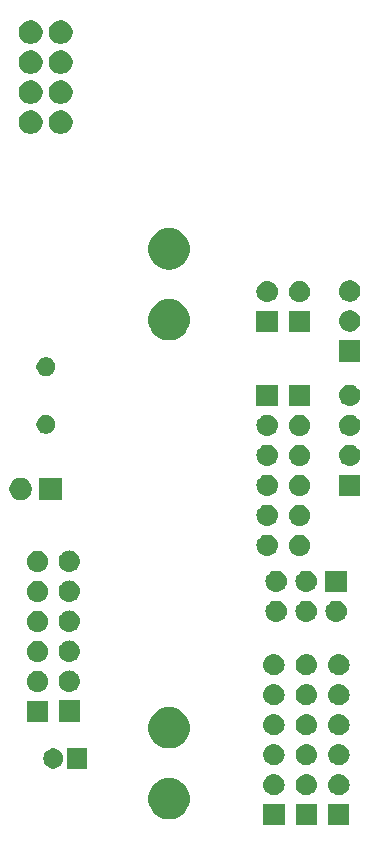
<source format=gts>
G04 #@! TF.GenerationSoftware,KiCad,Pcbnew,5.0.2-bee76a0~70~ubuntu18.04.1*
G04 #@! TF.CreationDate,2019-01-08T13:34:53-05:00*
G04 #@! TF.ProjectId,samn_small,73616d6e-5f73-46d6-916c-6c2e6b696361,7*
G04 #@! TF.SameCoordinates,Original*
G04 #@! TF.FileFunction,Soldermask,Top*
G04 #@! TF.FilePolarity,Negative*
%FSLAX46Y46*%
G04 Gerber Fmt 4.6, Leading zero omitted, Abs format (unit mm)*
G04 Created by KiCad (PCBNEW 5.0.2-bee76a0~70~ubuntu18.04.1) date Tue 08 Jan 2019 01:34:53 PM EST*
%MOMM*%
%LPD*%
G01*
G04 APERTURE LIST*
%ADD10C,0.100000*%
G04 APERTURE END LIST*
D10*
G36*
X64876400Y-88354200D02*
X63074400Y-88354200D01*
X63074400Y-86552200D01*
X64876400Y-86552200D01*
X64876400Y-88354200D01*
X64876400Y-88354200D01*
G37*
G36*
X62126400Y-88354200D02*
X60324400Y-88354200D01*
X60324400Y-86552200D01*
X62126400Y-86552200D01*
X62126400Y-88354200D01*
X62126400Y-88354200D01*
G37*
G36*
X59376400Y-88354200D02*
X57574400Y-88354200D01*
X57574400Y-86552200D01*
X59376400Y-86552200D01*
X59376400Y-88354200D01*
X59376400Y-88354200D01*
G37*
G36*
X49907774Y-84375916D02*
X50110748Y-84416290D01*
X50429409Y-84548284D01*
X50457021Y-84566734D01*
X50716200Y-84739912D01*
X50960088Y-84983800D01*
X50960090Y-84983803D01*
X51151716Y-85270591D01*
X51283710Y-85589252D01*
X51351000Y-85927542D01*
X51351000Y-86272458D01*
X51283710Y-86610748D01*
X51151716Y-86929409D01*
X51151715Y-86929410D01*
X50960088Y-87216200D01*
X50716200Y-87460088D01*
X50716197Y-87460090D01*
X50429409Y-87651716D01*
X50110748Y-87783710D01*
X49907774Y-87824084D01*
X49772460Y-87851000D01*
X49427540Y-87851000D01*
X49292226Y-87824084D01*
X49089252Y-87783710D01*
X48770591Y-87651716D01*
X48483803Y-87460090D01*
X48483800Y-87460088D01*
X48239912Y-87216200D01*
X48048285Y-86929410D01*
X48048284Y-86929409D01*
X47916290Y-86610748D01*
X47849000Y-86272458D01*
X47849000Y-85927542D01*
X47916290Y-85589252D01*
X48048284Y-85270591D01*
X48239910Y-84983803D01*
X48239912Y-84983800D01*
X48483800Y-84739912D01*
X48742979Y-84566734D01*
X48770591Y-84548284D01*
X49089252Y-84416290D01*
X49292226Y-84375916D01*
X49427540Y-84349000D01*
X49772460Y-84349000D01*
X49907774Y-84375916D01*
X49907774Y-84375916D01*
G37*
G36*
X58585843Y-84018719D02*
X58652027Y-84025237D01*
X58765253Y-84059584D01*
X58821867Y-84076757D01*
X58960487Y-84150852D01*
X58978391Y-84160422D01*
X59014129Y-84189752D01*
X59115586Y-84273014D01*
X59177945Y-84349000D01*
X59228178Y-84410209D01*
X59228179Y-84410211D01*
X59311843Y-84566733D01*
X59311843Y-84566734D01*
X59363363Y-84736573D01*
X59380759Y-84913200D01*
X59363363Y-85089827D01*
X59329016Y-85203053D01*
X59311843Y-85259667D01*
X59237748Y-85398287D01*
X59228178Y-85416191D01*
X59198848Y-85451929D01*
X59115586Y-85553386D01*
X59014129Y-85636648D01*
X58978391Y-85665978D01*
X58978389Y-85665979D01*
X58821867Y-85749643D01*
X58765253Y-85766816D01*
X58652027Y-85801163D01*
X58585842Y-85807682D01*
X58519660Y-85814200D01*
X58431140Y-85814200D01*
X58364958Y-85807682D01*
X58298773Y-85801163D01*
X58185547Y-85766816D01*
X58128933Y-85749643D01*
X57972411Y-85665979D01*
X57972409Y-85665978D01*
X57936671Y-85636648D01*
X57835214Y-85553386D01*
X57751952Y-85451929D01*
X57722622Y-85416191D01*
X57713052Y-85398287D01*
X57638957Y-85259667D01*
X57621784Y-85203053D01*
X57587437Y-85089827D01*
X57570041Y-84913200D01*
X57587437Y-84736573D01*
X57638957Y-84566734D01*
X57638957Y-84566733D01*
X57722621Y-84410211D01*
X57722622Y-84410209D01*
X57772855Y-84349000D01*
X57835214Y-84273014D01*
X57936671Y-84189752D01*
X57972409Y-84160422D01*
X57990313Y-84150852D01*
X58128933Y-84076757D01*
X58185547Y-84059584D01*
X58298773Y-84025237D01*
X58364957Y-84018719D01*
X58431140Y-84012200D01*
X58519660Y-84012200D01*
X58585843Y-84018719D01*
X58585843Y-84018719D01*
G37*
G36*
X61335843Y-84018719D02*
X61402027Y-84025237D01*
X61515253Y-84059584D01*
X61571867Y-84076757D01*
X61710487Y-84150852D01*
X61728391Y-84160422D01*
X61764129Y-84189752D01*
X61865586Y-84273014D01*
X61927945Y-84349000D01*
X61978178Y-84410209D01*
X61978179Y-84410211D01*
X62061843Y-84566733D01*
X62061843Y-84566734D01*
X62113363Y-84736573D01*
X62130759Y-84913200D01*
X62113363Y-85089827D01*
X62079016Y-85203053D01*
X62061843Y-85259667D01*
X61987748Y-85398287D01*
X61978178Y-85416191D01*
X61948848Y-85451929D01*
X61865586Y-85553386D01*
X61764129Y-85636648D01*
X61728391Y-85665978D01*
X61728389Y-85665979D01*
X61571867Y-85749643D01*
X61515253Y-85766816D01*
X61402027Y-85801163D01*
X61335842Y-85807682D01*
X61269660Y-85814200D01*
X61181140Y-85814200D01*
X61114958Y-85807682D01*
X61048773Y-85801163D01*
X60935547Y-85766816D01*
X60878933Y-85749643D01*
X60722411Y-85665979D01*
X60722409Y-85665978D01*
X60686671Y-85636648D01*
X60585214Y-85553386D01*
X60501952Y-85451929D01*
X60472622Y-85416191D01*
X60463052Y-85398287D01*
X60388957Y-85259667D01*
X60371784Y-85203053D01*
X60337437Y-85089827D01*
X60320041Y-84913200D01*
X60337437Y-84736573D01*
X60388957Y-84566734D01*
X60388957Y-84566733D01*
X60472621Y-84410211D01*
X60472622Y-84410209D01*
X60522855Y-84349000D01*
X60585214Y-84273014D01*
X60686671Y-84189752D01*
X60722409Y-84160422D01*
X60740313Y-84150852D01*
X60878933Y-84076757D01*
X60935547Y-84059584D01*
X61048773Y-84025237D01*
X61114957Y-84018719D01*
X61181140Y-84012200D01*
X61269660Y-84012200D01*
X61335843Y-84018719D01*
X61335843Y-84018719D01*
G37*
G36*
X64085843Y-84018719D02*
X64152027Y-84025237D01*
X64265253Y-84059584D01*
X64321867Y-84076757D01*
X64460487Y-84150852D01*
X64478391Y-84160422D01*
X64514129Y-84189752D01*
X64615586Y-84273014D01*
X64677945Y-84349000D01*
X64728178Y-84410209D01*
X64728179Y-84410211D01*
X64811843Y-84566733D01*
X64811843Y-84566734D01*
X64863363Y-84736573D01*
X64880759Y-84913200D01*
X64863363Y-85089827D01*
X64829016Y-85203053D01*
X64811843Y-85259667D01*
X64737748Y-85398287D01*
X64728178Y-85416191D01*
X64698848Y-85451929D01*
X64615586Y-85553386D01*
X64514129Y-85636648D01*
X64478391Y-85665978D01*
X64478389Y-85665979D01*
X64321867Y-85749643D01*
X64265253Y-85766816D01*
X64152027Y-85801163D01*
X64085842Y-85807682D01*
X64019660Y-85814200D01*
X63931140Y-85814200D01*
X63864958Y-85807682D01*
X63798773Y-85801163D01*
X63685547Y-85766816D01*
X63628933Y-85749643D01*
X63472411Y-85665979D01*
X63472409Y-85665978D01*
X63436671Y-85636648D01*
X63335214Y-85553386D01*
X63251952Y-85451929D01*
X63222622Y-85416191D01*
X63213052Y-85398287D01*
X63138957Y-85259667D01*
X63121784Y-85203053D01*
X63087437Y-85089827D01*
X63070041Y-84913200D01*
X63087437Y-84736573D01*
X63138957Y-84566734D01*
X63138957Y-84566733D01*
X63222621Y-84410211D01*
X63222622Y-84410209D01*
X63272855Y-84349000D01*
X63335214Y-84273014D01*
X63436671Y-84189752D01*
X63472409Y-84160422D01*
X63490313Y-84150852D01*
X63628933Y-84076757D01*
X63685547Y-84059584D01*
X63798773Y-84025237D01*
X63864957Y-84018719D01*
X63931140Y-84012200D01*
X64019660Y-84012200D01*
X64085843Y-84018719D01*
X64085843Y-84018719D01*
G37*
G36*
X40048228Y-81881703D02*
X40203100Y-81945853D01*
X40342481Y-82038985D01*
X40461015Y-82157519D01*
X40554147Y-82296900D01*
X40618297Y-82451772D01*
X40651000Y-82616184D01*
X40651000Y-82783816D01*
X40618297Y-82948228D01*
X40554147Y-83103100D01*
X40461015Y-83242481D01*
X40342481Y-83361015D01*
X40203100Y-83454147D01*
X40048228Y-83518297D01*
X39883816Y-83551000D01*
X39716184Y-83551000D01*
X39551772Y-83518297D01*
X39396900Y-83454147D01*
X39257519Y-83361015D01*
X39138985Y-83242481D01*
X39045853Y-83103100D01*
X38981703Y-82948228D01*
X38949000Y-82783816D01*
X38949000Y-82616184D01*
X38981703Y-82451772D01*
X39045853Y-82296900D01*
X39138985Y-82157519D01*
X39257519Y-82038985D01*
X39396900Y-81945853D01*
X39551772Y-81881703D01*
X39716184Y-81849000D01*
X39883816Y-81849000D01*
X40048228Y-81881703D01*
X40048228Y-81881703D01*
G37*
G36*
X42651000Y-83551000D02*
X40949000Y-83551000D01*
X40949000Y-81849000D01*
X42651000Y-81849000D01*
X42651000Y-83551000D01*
X42651000Y-83551000D01*
G37*
G36*
X64085842Y-81478718D02*
X64152027Y-81485237D01*
X64265253Y-81519584D01*
X64321867Y-81536757D01*
X64460487Y-81610852D01*
X64478391Y-81620422D01*
X64514129Y-81649752D01*
X64615586Y-81733014D01*
X64698848Y-81834471D01*
X64728178Y-81870209D01*
X64728179Y-81870211D01*
X64811843Y-82026733D01*
X64815560Y-82038986D01*
X64863363Y-82196573D01*
X64880759Y-82373200D01*
X64863363Y-82549827D01*
X64843234Y-82616184D01*
X64811843Y-82719667D01*
X64777554Y-82783816D01*
X64728178Y-82876191D01*
X64698848Y-82911929D01*
X64615586Y-83013386D01*
X64514129Y-83096648D01*
X64478391Y-83125978D01*
X64478389Y-83125979D01*
X64321867Y-83209643D01*
X64265253Y-83226816D01*
X64152027Y-83261163D01*
X64085842Y-83267682D01*
X64019660Y-83274200D01*
X63931140Y-83274200D01*
X63864958Y-83267682D01*
X63798773Y-83261163D01*
X63685547Y-83226816D01*
X63628933Y-83209643D01*
X63472411Y-83125979D01*
X63472409Y-83125978D01*
X63436671Y-83096648D01*
X63335214Y-83013386D01*
X63251952Y-82911929D01*
X63222622Y-82876191D01*
X63173246Y-82783816D01*
X63138957Y-82719667D01*
X63107566Y-82616184D01*
X63087437Y-82549827D01*
X63070041Y-82373200D01*
X63087437Y-82196573D01*
X63135240Y-82038986D01*
X63138957Y-82026733D01*
X63222621Y-81870211D01*
X63222622Y-81870209D01*
X63251952Y-81834471D01*
X63335214Y-81733014D01*
X63436671Y-81649752D01*
X63472409Y-81620422D01*
X63490313Y-81610852D01*
X63628933Y-81536757D01*
X63685547Y-81519584D01*
X63798773Y-81485237D01*
X63864958Y-81478718D01*
X63931140Y-81472200D01*
X64019660Y-81472200D01*
X64085842Y-81478718D01*
X64085842Y-81478718D01*
G37*
G36*
X58585842Y-81478718D02*
X58652027Y-81485237D01*
X58765253Y-81519584D01*
X58821867Y-81536757D01*
X58960487Y-81610852D01*
X58978391Y-81620422D01*
X59014129Y-81649752D01*
X59115586Y-81733014D01*
X59198848Y-81834471D01*
X59228178Y-81870209D01*
X59228179Y-81870211D01*
X59311843Y-82026733D01*
X59315560Y-82038986D01*
X59363363Y-82196573D01*
X59380759Y-82373200D01*
X59363363Y-82549827D01*
X59343234Y-82616184D01*
X59311843Y-82719667D01*
X59277554Y-82783816D01*
X59228178Y-82876191D01*
X59198848Y-82911929D01*
X59115586Y-83013386D01*
X59014129Y-83096648D01*
X58978391Y-83125978D01*
X58978389Y-83125979D01*
X58821867Y-83209643D01*
X58765253Y-83226816D01*
X58652027Y-83261163D01*
X58585842Y-83267682D01*
X58519660Y-83274200D01*
X58431140Y-83274200D01*
X58364958Y-83267682D01*
X58298773Y-83261163D01*
X58185547Y-83226816D01*
X58128933Y-83209643D01*
X57972411Y-83125979D01*
X57972409Y-83125978D01*
X57936671Y-83096648D01*
X57835214Y-83013386D01*
X57751952Y-82911929D01*
X57722622Y-82876191D01*
X57673246Y-82783816D01*
X57638957Y-82719667D01*
X57607566Y-82616184D01*
X57587437Y-82549827D01*
X57570041Y-82373200D01*
X57587437Y-82196573D01*
X57635240Y-82038986D01*
X57638957Y-82026733D01*
X57722621Y-81870211D01*
X57722622Y-81870209D01*
X57751952Y-81834471D01*
X57835214Y-81733014D01*
X57936671Y-81649752D01*
X57972409Y-81620422D01*
X57990313Y-81610852D01*
X58128933Y-81536757D01*
X58185547Y-81519584D01*
X58298773Y-81485237D01*
X58364958Y-81478718D01*
X58431140Y-81472200D01*
X58519660Y-81472200D01*
X58585842Y-81478718D01*
X58585842Y-81478718D01*
G37*
G36*
X61335842Y-81478718D02*
X61402027Y-81485237D01*
X61515253Y-81519584D01*
X61571867Y-81536757D01*
X61710487Y-81610852D01*
X61728391Y-81620422D01*
X61764129Y-81649752D01*
X61865586Y-81733014D01*
X61948848Y-81834471D01*
X61978178Y-81870209D01*
X61978179Y-81870211D01*
X62061843Y-82026733D01*
X62065560Y-82038986D01*
X62113363Y-82196573D01*
X62130759Y-82373200D01*
X62113363Y-82549827D01*
X62093234Y-82616184D01*
X62061843Y-82719667D01*
X62027554Y-82783816D01*
X61978178Y-82876191D01*
X61948848Y-82911929D01*
X61865586Y-83013386D01*
X61764129Y-83096648D01*
X61728391Y-83125978D01*
X61728389Y-83125979D01*
X61571867Y-83209643D01*
X61515253Y-83226816D01*
X61402027Y-83261163D01*
X61335842Y-83267682D01*
X61269660Y-83274200D01*
X61181140Y-83274200D01*
X61114958Y-83267682D01*
X61048773Y-83261163D01*
X60935547Y-83226816D01*
X60878933Y-83209643D01*
X60722411Y-83125979D01*
X60722409Y-83125978D01*
X60686671Y-83096648D01*
X60585214Y-83013386D01*
X60501952Y-82911929D01*
X60472622Y-82876191D01*
X60423246Y-82783816D01*
X60388957Y-82719667D01*
X60357566Y-82616184D01*
X60337437Y-82549827D01*
X60320041Y-82373200D01*
X60337437Y-82196573D01*
X60385240Y-82038986D01*
X60388957Y-82026733D01*
X60472621Y-81870211D01*
X60472622Y-81870209D01*
X60501952Y-81834471D01*
X60585214Y-81733014D01*
X60686671Y-81649752D01*
X60722409Y-81620422D01*
X60740313Y-81610852D01*
X60878933Y-81536757D01*
X60935547Y-81519584D01*
X61048773Y-81485237D01*
X61114958Y-81478718D01*
X61181140Y-81472200D01*
X61269660Y-81472200D01*
X61335842Y-81478718D01*
X61335842Y-81478718D01*
G37*
G36*
X49907774Y-78375916D02*
X50110748Y-78416290D01*
X50429409Y-78548284D01*
X50429410Y-78548285D01*
X50716200Y-78739912D01*
X50960088Y-78983800D01*
X50960090Y-78983803D01*
X51151716Y-79270591D01*
X51283710Y-79589252D01*
X51351000Y-79927542D01*
X51351000Y-80272458D01*
X51283710Y-80610748D01*
X51151716Y-80929409D01*
X51151715Y-80929410D01*
X50960088Y-81216200D01*
X50716200Y-81460088D01*
X50716197Y-81460090D01*
X50429409Y-81651716D01*
X50110748Y-81783710D01*
X49907774Y-81824084D01*
X49772460Y-81851000D01*
X49427540Y-81851000D01*
X49292226Y-81824084D01*
X49089252Y-81783710D01*
X48770591Y-81651716D01*
X48483803Y-81460090D01*
X48483800Y-81460088D01*
X48239912Y-81216200D01*
X48048285Y-80929410D01*
X48048284Y-80929409D01*
X47916290Y-80610748D01*
X47849000Y-80272458D01*
X47849000Y-79927542D01*
X47916290Y-79589252D01*
X48048284Y-79270591D01*
X48239910Y-78983803D01*
X48239912Y-78983800D01*
X48483800Y-78739912D01*
X48770590Y-78548285D01*
X48770591Y-78548284D01*
X49089252Y-78416290D01*
X49292226Y-78375916D01*
X49427540Y-78349000D01*
X49772460Y-78349000D01*
X49907774Y-78375916D01*
X49907774Y-78375916D01*
G37*
G36*
X64085842Y-78938718D02*
X64152027Y-78945237D01*
X64265253Y-78979584D01*
X64321867Y-78996757D01*
X64460487Y-79070852D01*
X64478391Y-79080422D01*
X64514129Y-79109752D01*
X64615586Y-79193014D01*
X64698848Y-79294471D01*
X64728178Y-79330209D01*
X64728179Y-79330211D01*
X64811843Y-79486733D01*
X64811843Y-79486734D01*
X64863363Y-79656573D01*
X64880759Y-79833200D01*
X64863363Y-80009827D01*
X64829016Y-80123053D01*
X64811843Y-80179667D01*
X64762244Y-80272458D01*
X64728178Y-80336191D01*
X64698848Y-80371929D01*
X64615586Y-80473386D01*
X64514129Y-80556648D01*
X64478391Y-80585978D01*
X64478389Y-80585979D01*
X64321867Y-80669643D01*
X64265253Y-80686816D01*
X64152027Y-80721163D01*
X64085843Y-80727681D01*
X64019660Y-80734200D01*
X63931140Y-80734200D01*
X63864957Y-80727681D01*
X63798773Y-80721163D01*
X63685547Y-80686816D01*
X63628933Y-80669643D01*
X63472411Y-80585979D01*
X63472409Y-80585978D01*
X63436671Y-80556648D01*
X63335214Y-80473386D01*
X63251952Y-80371929D01*
X63222622Y-80336191D01*
X63188556Y-80272458D01*
X63138957Y-80179667D01*
X63121784Y-80123053D01*
X63087437Y-80009827D01*
X63070041Y-79833200D01*
X63087437Y-79656573D01*
X63138957Y-79486734D01*
X63138957Y-79486733D01*
X63222621Y-79330211D01*
X63222622Y-79330209D01*
X63251952Y-79294471D01*
X63335214Y-79193014D01*
X63436671Y-79109752D01*
X63472409Y-79080422D01*
X63490313Y-79070852D01*
X63628933Y-78996757D01*
X63685547Y-78979584D01*
X63798773Y-78945237D01*
X63864958Y-78938718D01*
X63931140Y-78932200D01*
X64019660Y-78932200D01*
X64085842Y-78938718D01*
X64085842Y-78938718D01*
G37*
G36*
X61335842Y-78938718D02*
X61402027Y-78945237D01*
X61515253Y-78979584D01*
X61571867Y-78996757D01*
X61710487Y-79070852D01*
X61728391Y-79080422D01*
X61764129Y-79109752D01*
X61865586Y-79193014D01*
X61948848Y-79294471D01*
X61978178Y-79330209D01*
X61978179Y-79330211D01*
X62061843Y-79486733D01*
X62061843Y-79486734D01*
X62113363Y-79656573D01*
X62130759Y-79833200D01*
X62113363Y-80009827D01*
X62079016Y-80123053D01*
X62061843Y-80179667D01*
X62012244Y-80272458D01*
X61978178Y-80336191D01*
X61948848Y-80371929D01*
X61865586Y-80473386D01*
X61764129Y-80556648D01*
X61728391Y-80585978D01*
X61728389Y-80585979D01*
X61571867Y-80669643D01*
X61515253Y-80686816D01*
X61402027Y-80721163D01*
X61335843Y-80727681D01*
X61269660Y-80734200D01*
X61181140Y-80734200D01*
X61114957Y-80727681D01*
X61048773Y-80721163D01*
X60935547Y-80686816D01*
X60878933Y-80669643D01*
X60722411Y-80585979D01*
X60722409Y-80585978D01*
X60686671Y-80556648D01*
X60585214Y-80473386D01*
X60501952Y-80371929D01*
X60472622Y-80336191D01*
X60438556Y-80272458D01*
X60388957Y-80179667D01*
X60371784Y-80123053D01*
X60337437Y-80009827D01*
X60320041Y-79833200D01*
X60337437Y-79656573D01*
X60388957Y-79486734D01*
X60388957Y-79486733D01*
X60472621Y-79330211D01*
X60472622Y-79330209D01*
X60501952Y-79294471D01*
X60585214Y-79193014D01*
X60686671Y-79109752D01*
X60722409Y-79080422D01*
X60740313Y-79070852D01*
X60878933Y-78996757D01*
X60935547Y-78979584D01*
X61048773Y-78945237D01*
X61114958Y-78938718D01*
X61181140Y-78932200D01*
X61269660Y-78932200D01*
X61335842Y-78938718D01*
X61335842Y-78938718D01*
G37*
G36*
X58585842Y-78938718D02*
X58652027Y-78945237D01*
X58765253Y-78979584D01*
X58821867Y-78996757D01*
X58960487Y-79070852D01*
X58978391Y-79080422D01*
X59014129Y-79109752D01*
X59115586Y-79193014D01*
X59198848Y-79294471D01*
X59228178Y-79330209D01*
X59228179Y-79330211D01*
X59311843Y-79486733D01*
X59311843Y-79486734D01*
X59363363Y-79656573D01*
X59380759Y-79833200D01*
X59363363Y-80009827D01*
X59329016Y-80123053D01*
X59311843Y-80179667D01*
X59262244Y-80272458D01*
X59228178Y-80336191D01*
X59198848Y-80371929D01*
X59115586Y-80473386D01*
X59014129Y-80556648D01*
X58978391Y-80585978D01*
X58978389Y-80585979D01*
X58821867Y-80669643D01*
X58765253Y-80686816D01*
X58652027Y-80721163D01*
X58585843Y-80727681D01*
X58519660Y-80734200D01*
X58431140Y-80734200D01*
X58364957Y-80727681D01*
X58298773Y-80721163D01*
X58185547Y-80686816D01*
X58128933Y-80669643D01*
X57972411Y-80585979D01*
X57972409Y-80585978D01*
X57936671Y-80556648D01*
X57835214Y-80473386D01*
X57751952Y-80371929D01*
X57722622Y-80336191D01*
X57688556Y-80272458D01*
X57638957Y-80179667D01*
X57621784Y-80123053D01*
X57587437Y-80009827D01*
X57570041Y-79833200D01*
X57587437Y-79656573D01*
X57638957Y-79486734D01*
X57638957Y-79486733D01*
X57722621Y-79330211D01*
X57722622Y-79330209D01*
X57751952Y-79294471D01*
X57835214Y-79193014D01*
X57936671Y-79109752D01*
X57972409Y-79080422D01*
X57990313Y-79070852D01*
X58128933Y-78996757D01*
X58185547Y-78979584D01*
X58298773Y-78945237D01*
X58364958Y-78938718D01*
X58431140Y-78932200D01*
X58519660Y-78932200D01*
X58585842Y-78938718D01*
X58585842Y-78938718D01*
G37*
G36*
X39364000Y-79601000D02*
X37562000Y-79601000D01*
X37562000Y-77799000D01*
X39364000Y-77799000D01*
X39364000Y-79601000D01*
X39364000Y-79601000D01*
G37*
G36*
X42051000Y-79588000D02*
X40249000Y-79588000D01*
X40249000Y-77786000D01*
X42051000Y-77786000D01*
X42051000Y-79588000D01*
X42051000Y-79588000D01*
G37*
G36*
X64085842Y-76398718D02*
X64152027Y-76405237D01*
X64265253Y-76439584D01*
X64321867Y-76456757D01*
X64414866Y-76506467D01*
X64478391Y-76540422D01*
X64514129Y-76569752D01*
X64615586Y-76653014D01*
X64698848Y-76754471D01*
X64728178Y-76790209D01*
X64728179Y-76790211D01*
X64811843Y-76946733D01*
X64811843Y-76946734D01*
X64863363Y-77116573D01*
X64880759Y-77293200D01*
X64863363Y-77469827D01*
X64829016Y-77583053D01*
X64811843Y-77639667D01*
X64737748Y-77778287D01*
X64728178Y-77796191D01*
X64698848Y-77831929D01*
X64615586Y-77933386D01*
X64514129Y-78016648D01*
X64478391Y-78045978D01*
X64478389Y-78045979D01*
X64321867Y-78129643D01*
X64265253Y-78146816D01*
X64152027Y-78181163D01*
X64085843Y-78187681D01*
X64019660Y-78194200D01*
X63931140Y-78194200D01*
X63864957Y-78187681D01*
X63798773Y-78181163D01*
X63685547Y-78146816D01*
X63628933Y-78129643D01*
X63472411Y-78045979D01*
X63472409Y-78045978D01*
X63436671Y-78016648D01*
X63335214Y-77933386D01*
X63251952Y-77831929D01*
X63222622Y-77796191D01*
X63213052Y-77778287D01*
X63138957Y-77639667D01*
X63121784Y-77583053D01*
X63087437Y-77469827D01*
X63070041Y-77293200D01*
X63087437Y-77116573D01*
X63138957Y-76946734D01*
X63138957Y-76946733D01*
X63222621Y-76790211D01*
X63222622Y-76790209D01*
X63251952Y-76754471D01*
X63335214Y-76653014D01*
X63436671Y-76569752D01*
X63472409Y-76540422D01*
X63535934Y-76506467D01*
X63628933Y-76456757D01*
X63685547Y-76439584D01*
X63798773Y-76405237D01*
X63864958Y-76398718D01*
X63931140Y-76392200D01*
X64019660Y-76392200D01*
X64085842Y-76398718D01*
X64085842Y-76398718D01*
G37*
G36*
X58585842Y-76398718D02*
X58652027Y-76405237D01*
X58765253Y-76439584D01*
X58821867Y-76456757D01*
X58914866Y-76506467D01*
X58978391Y-76540422D01*
X59014129Y-76569752D01*
X59115586Y-76653014D01*
X59198848Y-76754471D01*
X59228178Y-76790209D01*
X59228179Y-76790211D01*
X59311843Y-76946733D01*
X59311843Y-76946734D01*
X59363363Y-77116573D01*
X59380759Y-77293200D01*
X59363363Y-77469827D01*
X59329016Y-77583053D01*
X59311843Y-77639667D01*
X59237748Y-77778287D01*
X59228178Y-77796191D01*
X59198848Y-77831929D01*
X59115586Y-77933386D01*
X59014129Y-78016648D01*
X58978391Y-78045978D01*
X58978389Y-78045979D01*
X58821867Y-78129643D01*
X58765253Y-78146816D01*
X58652027Y-78181163D01*
X58585843Y-78187681D01*
X58519660Y-78194200D01*
X58431140Y-78194200D01*
X58364957Y-78187681D01*
X58298773Y-78181163D01*
X58185547Y-78146816D01*
X58128933Y-78129643D01*
X57972411Y-78045979D01*
X57972409Y-78045978D01*
X57936671Y-78016648D01*
X57835214Y-77933386D01*
X57751952Y-77831929D01*
X57722622Y-77796191D01*
X57713052Y-77778287D01*
X57638957Y-77639667D01*
X57621784Y-77583053D01*
X57587437Y-77469827D01*
X57570041Y-77293200D01*
X57587437Y-77116573D01*
X57638957Y-76946734D01*
X57638957Y-76946733D01*
X57722621Y-76790211D01*
X57722622Y-76790209D01*
X57751952Y-76754471D01*
X57835214Y-76653014D01*
X57936671Y-76569752D01*
X57972409Y-76540422D01*
X58035934Y-76506467D01*
X58128933Y-76456757D01*
X58185547Y-76439584D01*
X58298773Y-76405237D01*
X58364958Y-76398718D01*
X58431140Y-76392200D01*
X58519660Y-76392200D01*
X58585842Y-76398718D01*
X58585842Y-76398718D01*
G37*
G36*
X61335842Y-76398718D02*
X61402027Y-76405237D01*
X61515253Y-76439584D01*
X61571867Y-76456757D01*
X61664866Y-76506467D01*
X61728391Y-76540422D01*
X61764129Y-76569752D01*
X61865586Y-76653014D01*
X61948848Y-76754471D01*
X61978178Y-76790209D01*
X61978179Y-76790211D01*
X62061843Y-76946733D01*
X62061843Y-76946734D01*
X62113363Y-77116573D01*
X62130759Y-77293200D01*
X62113363Y-77469827D01*
X62079016Y-77583053D01*
X62061843Y-77639667D01*
X61987748Y-77778287D01*
X61978178Y-77796191D01*
X61948848Y-77831929D01*
X61865586Y-77933386D01*
X61764129Y-78016648D01*
X61728391Y-78045978D01*
X61728389Y-78045979D01*
X61571867Y-78129643D01*
X61515253Y-78146816D01*
X61402027Y-78181163D01*
X61335843Y-78187681D01*
X61269660Y-78194200D01*
X61181140Y-78194200D01*
X61114957Y-78187681D01*
X61048773Y-78181163D01*
X60935547Y-78146816D01*
X60878933Y-78129643D01*
X60722411Y-78045979D01*
X60722409Y-78045978D01*
X60686671Y-78016648D01*
X60585214Y-77933386D01*
X60501952Y-77831929D01*
X60472622Y-77796191D01*
X60463052Y-77778287D01*
X60388957Y-77639667D01*
X60371784Y-77583053D01*
X60337437Y-77469827D01*
X60320041Y-77293200D01*
X60337437Y-77116573D01*
X60388957Y-76946734D01*
X60388957Y-76946733D01*
X60472621Y-76790211D01*
X60472622Y-76790209D01*
X60501952Y-76754471D01*
X60585214Y-76653014D01*
X60686671Y-76569752D01*
X60722409Y-76540422D01*
X60785934Y-76506467D01*
X60878933Y-76456757D01*
X60935547Y-76439584D01*
X61048773Y-76405237D01*
X61114958Y-76398718D01*
X61181140Y-76392200D01*
X61269660Y-76392200D01*
X61335842Y-76398718D01*
X61335842Y-76398718D01*
G37*
G36*
X38573442Y-75265518D02*
X38639627Y-75272037D01*
X38752853Y-75306384D01*
X38809467Y-75323557D01*
X38940104Y-75393385D01*
X38965991Y-75407222D01*
X39001729Y-75436552D01*
X39103186Y-75519814D01*
X39160492Y-75589643D01*
X39215778Y-75657009D01*
X39215779Y-75657011D01*
X39299443Y-75813533D01*
X39299443Y-75813534D01*
X39350963Y-75983373D01*
X39368359Y-76160000D01*
X39350963Y-76336627D01*
X39334105Y-76392200D01*
X39299443Y-76506467D01*
X39281294Y-76540421D01*
X39215778Y-76662991D01*
X39186448Y-76698729D01*
X39103186Y-76800186D01*
X39001729Y-76883448D01*
X38965991Y-76912778D01*
X38965989Y-76912779D01*
X38809467Y-76996443D01*
X38752853Y-77013616D01*
X38639627Y-77047963D01*
X38573443Y-77054481D01*
X38507260Y-77061000D01*
X38418740Y-77061000D01*
X38352557Y-77054481D01*
X38286373Y-77047963D01*
X38173147Y-77013616D01*
X38116533Y-76996443D01*
X37960011Y-76912779D01*
X37960009Y-76912778D01*
X37924271Y-76883448D01*
X37822814Y-76800186D01*
X37739552Y-76698729D01*
X37710222Y-76662991D01*
X37644706Y-76540421D01*
X37626557Y-76506467D01*
X37591895Y-76392200D01*
X37575037Y-76336627D01*
X37557641Y-76160000D01*
X37575037Y-75983373D01*
X37626557Y-75813534D01*
X37626557Y-75813533D01*
X37710221Y-75657011D01*
X37710222Y-75657009D01*
X37765508Y-75589643D01*
X37822814Y-75519814D01*
X37924271Y-75436552D01*
X37960009Y-75407222D01*
X37985896Y-75393385D01*
X38116533Y-75323557D01*
X38173147Y-75306384D01*
X38286373Y-75272037D01*
X38352558Y-75265518D01*
X38418740Y-75259000D01*
X38507260Y-75259000D01*
X38573442Y-75265518D01*
X38573442Y-75265518D01*
G37*
G36*
X41260442Y-75252518D02*
X41326627Y-75259037D01*
X41439853Y-75293384D01*
X41496467Y-75310557D01*
X41635087Y-75384652D01*
X41652991Y-75394222D01*
X41668830Y-75407221D01*
X41790186Y-75506814D01*
X41858161Y-75589643D01*
X41902778Y-75644009D01*
X41902779Y-75644011D01*
X41986443Y-75800533D01*
X42003616Y-75857147D01*
X42037963Y-75970373D01*
X42055359Y-76147000D01*
X42037963Y-76323627D01*
X42013207Y-76405237D01*
X41986443Y-76493467D01*
X41912348Y-76632087D01*
X41902778Y-76649991D01*
X41892109Y-76662991D01*
X41790186Y-76787186D01*
X41688729Y-76870448D01*
X41652991Y-76899778D01*
X41652989Y-76899779D01*
X41496467Y-76983443D01*
X41453611Y-76996443D01*
X41326627Y-77034963D01*
X41260443Y-77041481D01*
X41194260Y-77048000D01*
X41105740Y-77048000D01*
X41039557Y-77041481D01*
X40973373Y-77034963D01*
X40846389Y-76996443D01*
X40803533Y-76983443D01*
X40647011Y-76899779D01*
X40647009Y-76899778D01*
X40611271Y-76870448D01*
X40509814Y-76787186D01*
X40407891Y-76662991D01*
X40397222Y-76649991D01*
X40387652Y-76632087D01*
X40313557Y-76493467D01*
X40286793Y-76405237D01*
X40262037Y-76323627D01*
X40244641Y-76147000D01*
X40262037Y-75970373D01*
X40296384Y-75857147D01*
X40313557Y-75800533D01*
X40397221Y-75644011D01*
X40397222Y-75644009D01*
X40441839Y-75589643D01*
X40509814Y-75506814D01*
X40631170Y-75407221D01*
X40647009Y-75394222D01*
X40664913Y-75384652D01*
X40803533Y-75310557D01*
X40860147Y-75293384D01*
X40973373Y-75259037D01*
X41039558Y-75252518D01*
X41105740Y-75246000D01*
X41194260Y-75246000D01*
X41260442Y-75252518D01*
X41260442Y-75252518D01*
G37*
G36*
X58585843Y-73858719D02*
X58652027Y-73865237D01*
X58765253Y-73899584D01*
X58821867Y-73916757D01*
X58914866Y-73966467D01*
X58978391Y-74000422D01*
X59014129Y-74029752D01*
X59115586Y-74113014D01*
X59198848Y-74214471D01*
X59228178Y-74250209D01*
X59228179Y-74250211D01*
X59311843Y-74406733D01*
X59311843Y-74406734D01*
X59363363Y-74576573D01*
X59380759Y-74753200D01*
X59363363Y-74929827D01*
X59329016Y-75043053D01*
X59311843Y-75099667D01*
X59237748Y-75238287D01*
X59228178Y-75256191D01*
X59225842Y-75259037D01*
X59115586Y-75393386D01*
X59014129Y-75476648D01*
X58978391Y-75505978D01*
X58978389Y-75505979D01*
X58821867Y-75589643D01*
X58765253Y-75606816D01*
X58652027Y-75641163D01*
X58585842Y-75647682D01*
X58519660Y-75654200D01*
X58431140Y-75654200D01*
X58364958Y-75647682D01*
X58298773Y-75641163D01*
X58185547Y-75606816D01*
X58128933Y-75589643D01*
X57972411Y-75505979D01*
X57972409Y-75505978D01*
X57936671Y-75476648D01*
X57835214Y-75393386D01*
X57724958Y-75259037D01*
X57722622Y-75256191D01*
X57713052Y-75238287D01*
X57638957Y-75099667D01*
X57621784Y-75043053D01*
X57587437Y-74929827D01*
X57570041Y-74753200D01*
X57587437Y-74576573D01*
X57638957Y-74406734D01*
X57638957Y-74406733D01*
X57722621Y-74250211D01*
X57722622Y-74250209D01*
X57751952Y-74214471D01*
X57835214Y-74113014D01*
X57936671Y-74029752D01*
X57972409Y-74000422D01*
X58035934Y-73966467D01*
X58128933Y-73916757D01*
X58185547Y-73899584D01*
X58298773Y-73865237D01*
X58364957Y-73858719D01*
X58431140Y-73852200D01*
X58519660Y-73852200D01*
X58585843Y-73858719D01*
X58585843Y-73858719D01*
G37*
G36*
X64085843Y-73858719D02*
X64152027Y-73865237D01*
X64265253Y-73899584D01*
X64321867Y-73916757D01*
X64414866Y-73966467D01*
X64478391Y-74000422D01*
X64514129Y-74029752D01*
X64615586Y-74113014D01*
X64698848Y-74214471D01*
X64728178Y-74250209D01*
X64728179Y-74250211D01*
X64811843Y-74406733D01*
X64811843Y-74406734D01*
X64863363Y-74576573D01*
X64880759Y-74753200D01*
X64863363Y-74929827D01*
X64829016Y-75043053D01*
X64811843Y-75099667D01*
X64737748Y-75238287D01*
X64728178Y-75256191D01*
X64725842Y-75259037D01*
X64615586Y-75393386D01*
X64514129Y-75476648D01*
X64478391Y-75505978D01*
X64478389Y-75505979D01*
X64321867Y-75589643D01*
X64265253Y-75606816D01*
X64152027Y-75641163D01*
X64085842Y-75647682D01*
X64019660Y-75654200D01*
X63931140Y-75654200D01*
X63864958Y-75647682D01*
X63798773Y-75641163D01*
X63685547Y-75606816D01*
X63628933Y-75589643D01*
X63472411Y-75505979D01*
X63472409Y-75505978D01*
X63436671Y-75476648D01*
X63335214Y-75393386D01*
X63224958Y-75259037D01*
X63222622Y-75256191D01*
X63213052Y-75238287D01*
X63138957Y-75099667D01*
X63121784Y-75043053D01*
X63087437Y-74929827D01*
X63070041Y-74753200D01*
X63087437Y-74576573D01*
X63138957Y-74406734D01*
X63138957Y-74406733D01*
X63222621Y-74250211D01*
X63222622Y-74250209D01*
X63251952Y-74214471D01*
X63335214Y-74113014D01*
X63436671Y-74029752D01*
X63472409Y-74000422D01*
X63535934Y-73966467D01*
X63628933Y-73916757D01*
X63685547Y-73899584D01*
X63798773Y-73865237D01*
X63864957Y-73858719D01*
X63931140Y-73852200D01*
X64019660Y-73852200D01*
X64085843Y-73858719D01*
X64085843Y-73858719D01*
G37*
G36*
X61335843Y-73858719D02*
X61402027Y-73865237D01*
X61515253Y-73899584D01*
X61571867Y-73916757D01*
X61664866Y-73966467D01*
X61728391Y-74000422D01*
X61764129Y-74029752D01*
X61865586Y-74113014D01*
X61948848Y-74214471D01*
X61978178Y-74250209D01*
X61978179Y-74250211D01*
X62061843Y-74406733D01*
X62061843Y-74406734D01*
X62113363Y-74576573D01*
X62130759Y-74753200D01*
X62113363Y-74929827D01*
X62079016Y-75043053D01*
X62061843Y-75099667D01*
X61987748Y-75238287D01*
X61978178Y-75256191D01*
X61975842Y-75259037D01*
X61865586Y-75393386D01*
X61764129Y-75476648D01*
X61728391Y-75505978D01*
X61728389Y-75505979D01*
X61571867Y-75589643D01*
X61515253Y-75606816D01*
X61402027Y-75641163D01*
X61335842Y-75647682D01*
X61269660Y-75654200D01*
X61181140Y-75654200D01*
X61114958Y-75647682D01*
X61048773Y-75641163D01*
X60935547Y-75606816D01*
X60878933Y-75589643D01*
X60722411Y-75505979D01*
X60722409Y-75505978D01*
X60686671Y-75476648D01*
X60585214Y-75393386D01*
X60474958Y-75259037D01*
X60472622Y-75256191D01*
X60463052Y-75238287D01*
X60388957Y-75099667D01*
X60371784Y-75043053D01*
X60337437Y-74929827D01*
X60320041Y-74753200D01*
X60337437Y-74576573D01*
X60388957Y-74406734D01*
X60388957Y-74406733D01*
X60472621Y-74250211D01*
X60472622Y-74250209D01*
X60501952Y-74214471D01*
X60585214Y-74113014D01*
X60686671Y-74029752D01*
X60722409Y-74000422D01*
X60785934Y-73966467D01*
X60878933Y-73916757D01*
X60935547Y-73899584D01*
X61048773Y-73865237D01*
X61114957Y-73858719D01*
X61181140Y-73852200D01*
X61269660Y-73852200D01*
X61335843Y-73858719D01*
X61335843Y-73858719D01*
G37*
G36*
X38573443Y-72725519D02*
X38639627Y-72732037D01*
X38752853Y-72766384D01*
X38809467Y-72783557D01*
X38941668Y-72854221D01*
X38965991Y-72867222D01*
X39001729Y-72896552D01*
X39103186Y-72979814D01*
X39186448Y-73081271D01*
X39215778Y-73117009D01*
X39215779Y-73117011D01*
X39299443Y-73273533D01*
X39299443Y-73273534D01*
X39350963Y-73443373D01*
X39368359Y-73620000D01*
X39350963Y-73796627D01*
X39334105Y-73852200D01*
X39299443Y-73966467D01*
X39281294Y-74000421D01*
X39215778Y-74122991D01*
X39186448Y-74158729D01*
X39103186Y-74260186D01*
X39001729Y-74343448D01*
X38965991Y-74372778D01*
X38965989Y-74372779D01*
X38809467Y-74456443D01*
X38752853Y-74473616D01*
X38639627Y-74507963D01*
X38573442Y-74514482D01*
X38507260Y-74521000D01*
X38418740Y-74521000D01*
X38352558Y-74514482D01*
X38286373Y-74507963D01*
X38173147Y-74473616D01*
X38116533Y-74456443D01*
X37960011Y-74372779D01*
X37960009Y-74372778D01*
X37924271Y-74343448D01*
X37822814Y-74260186D01*
X37739552Y-74158729D01*
X37710222Y-74122991D01*
X37644706Y-74000421D01*
X37626557Y-73966467D01*
X37591895Y-73852200D01*
X37575037Y-73796627D01*
X37557641Y-73620000D01*
X37575037Y-73443373D01*
X37626557Y-73273534D01*
X37626557Y-73273533D01*
X37710221Y-73117011D01*
X37710222Y-73117009D01*
X37739552Y-73081271D01*
X37822814Y-72979814D01*
X37924271Y-72896552D01*
X37960009Y-72867222D01*
X37984332Y-72854221D01*
X38116533Y-72783557D01*
X38173147Y-72766384D01*
X38286373Y-72732037D01*
X38352557Y-72725519D01*
X38418740Y-72719000D01*
X38507260Y-72719000D01*
X38573443Y-72725519D01*
X38573443Y-72725519D01*
G37*
G36*
X41260443Y-72712519D02*
X41326627Y-72719037D01*
X41439853Y-72753384D01*
X41496467Y-72770557D01*
X41635087Y-72844652D01*
X41652991Y-72854222D01*
X41668830Y-72867221D01*
X41790186Y-72966814D01*
X41873448Y-73068271D01*
X41902778Y-73104009D01*
X41902779Y-73104011D01*
X41986443Y-73260533D01*
X42003616Y-73317147D01*
X42037963Y-73430373D01*
X42055359Y-73607000D01*
X42037963Y-73783627D01*
X42013207Y-73865237D01*
X41986443Y-73953467D01*
X41912348Y-74092087D01*
X41902778Y-74109991D01*
X41892109Y-74122991D01*
X41790186Y-74247186D01*
X41688729Y-74330448D01*
X41652991Y-74359778D01*
X41652989Y-74359779D01*
X41496467Y-74443443D01*
X41453611Y-74456443D01*
X41326627Y-74494963D01*
X41260443Y-74501481D01*
X41194260Y-74508000D01*
X41105740Y-74508000D01*
X41039557Y-74501481D01*
X40973373Y-74494963D01*
X40846389Y-74456443D01*
X40803533Y-74443443D01*
X40647011Y-74359779D01*
X40647009Y-74359778D01*
X40611271Y-74330448D01*
X40509814Y-74247186D01*
X40407891Y-74122991D01*
X40397222Y-74109991D01*
X40387652Y-74092087D01*
X40313557Y-73953467D01*
X40286793Y-73865237D01*
X40262037Y-73783627D01*
X40244641Y-73607000D01*
X40262037Y-73430373D01*
X40296384Y-73317147D01*
X40313557Y-73260533D01*
X40397221Y-73104011D01*
X40397222Y-73104009D01*
X40426552Y-73068271D01*
X40509814Y-72966814D01*
X40631170Y-72867221D01*
X40647009Y-72854222D01*
X40664913Y-72844652D01*
X40803533Y-72770557D01*
X40860147Y-72753384D01*
X40973373Y-72719037D01*
X41039557Y-72712519D01*
X41105740Y-72706000D01*
X41194260Y-72706000D01*
X41260443Y-72712519D01*
X41260443Y-72712519D01*
G37*
G36*
X38573442Y-70185518D02*
X38639627Y-70192037D01*
X38752853Y-70226384D01*
X38809467Y-70243557D01*
X38941668Y-70314221D01*
X38965991Y-70327222D01*
X39001729Y-70356552D01*
X39103186Y-70439814D01*
X39186448Y-70541271D01*
X39215778Y-70577009D01*
X39215779Y-70577011D01*
X39299443Y-70733533D01*
X39299443Y-70733534D01*
X39350963Y-70903373D01*
X39368359Y-71080000D01*
X39350963Y-71256627D01*
X39316616Y-71369853D01*
X39299443Y-71426467D01*
X39225348Y-71565087D01*
X39215778Y-71582991D01*
X39186448Y-71618729D01*
X39103186Y-71720186D01*
X39001729Y-71803448D01*
X38965991Y-71832778D01*
X38965989Y-71832779D01*
X38809467Y-71916443D01*
X38752853Y-71933616D01*
X38639627Y-71967963D01*
X38573442Y-71974482D01*
X38507260Y-71981000D01*
X38418740Y-71981000D01*
X38352558Y-71974482D01*
X38286373Y-71967963D01*
X38173147Y-71933616D01*
X38116533Y-71916443D01*
X37960011Y-71832779D01*
X37960009Y-71832778D01*
X37924271Y-71803448D01*
X37822814Y-71720186D01*
X37739552Y-71618729D01*
X37710222Y-71582991D01*
X37700652Y-71565087D01*
X37626557Y-71426467D01*
X37609384Y-71369853D01*
X37575037Y-71256627D01*
X37557641Y-71080000D01*
X37575037Y-70903373D01*
X37626557Y-70733534D01*
X37626557Y-70733533D01*
X37710221Y-70577011D01*
X37710222Y-70577009D01*
X37739552Y-70541271D01*
X37822814Y-70439814D01*
X37924271Y-70356552D01*
X37960009Y-70327222D01*
X37984332Y-70314221D01*
X38116533Y-70243557D01*
X38173147Y-70226384D01*
X38286373Y-70192037D01*
X38352558Y-70185518D01*
X38418740Y-70179000D01*
X38507260Y-70179000D01*
X38573442Y-70185518D01*
X38573442Y-70185518D01*
G37*
G36*
X41260443Y-70172519D02*
X41326627Y-70179037D01*
X41439853Y-70213384D01*
X41496467Y-70230557D01*
X41635087Y-70304652D01*
X41652991Y-70314222D01*
X41668830Y-70327221D01*
X41790186Y-70426814D01*
X41873448Y-70528271D01*
X41902778Y-70564009D01*
X41902779Y-70564011D01*
X41986443Y-70720533D01*
X41993255Y-70742989D01*
X42037963Y-70890373D01*
X42055359Y-71067000D01*
X42037963Y-71243627D01*
X42003616Y-71356853D01*
X41986443Y-71413467D01*
X41979494Y-71426467D01*
X41902778Y-71569991D01*
X41892109Y-71582991D01*
X41790186Y-71707186D01*
X41688729Y-71790448D01*
X41652991Y-71819778D01*
X41652989Y-71819779D01*
X41496467Y-71903443D01*
X41453611Y-71916443D01*
X41326627Y-71954963D01*
X41260442Y-71961482D01*
X41194260Y-71968000D01*
X41105740Y-71968000D01*
X41039558Y-71961482D01*
X40973373Y-71954963D01*
X40846389Y-71916443D01*
X40803533Y-71903443D01*
X40647011Y-71819779D01*
X40647009Y-71819778D01*
X40611271Y-71790448D01*
X40509814Y-71707186D01*
X40407891Y-71582991D01*
X40397222Y-71569991D01*
X40320506Y-71426467D01*
X40313557Y-71413467D01*
X40296384Y-71356853D01*
X40262037Y-71243627D01*
X40244641Y-71067000D01*
X40262037Y-70890373D01*
X40306745Y-70742989D01*
X40313557Y-70720533D01*
X40397221Y-70564011D01*
X40397222Y-70564009D01*
X40426552Y-70528271D01*
X40509814Y-70426814D01*
X40631170Y-70327221D01*
X40647009Y-70314222D01*
X40664913Y-70304652D01*
X40803533Y-70230557D01*
X40860147Y-70213384D01*
X40973373Y-70179037D01*
X41039557Y-70172519D01*
X41105740Y-70166000D01*
X41194260Y-70166000D01*
X41260443Y-70172519D01*
X41260443Y-70172519D01*
G37*
G36*
X61316443Y-69345519D02*
X61382627Y-69352037D01*
X61495853Y-69386384D01*
X61552467Y-69403557D01*
X61691087Y-69477652D01*
X61708991Y-69487222D01*
X61744729Y-69516552D01*
X61846186Y-69599814D01*
X61929448Y-69701271D01*
X61958778Y-69737009D01*
X61958779Y-69737011D01*
X62042443Y-69893533D01*
X62042443Y-69893534D01*
X62093963Y-70063373D01*
X62111359Y-70240000D01*
X62093963Y-70416627D01*
X62086929Y-70439814D01*
X62042443Y-70586467D01*
X61970782Y-70720533D01*
X61958778Y-70742991D01*
X61929448Y-70778729D01*
X61846186Y-70880186D01*
X61744729Y-70963448D01*
X61708991Y-70992778D01*
X61708989Y-70992779D01*
X61552467Y-71076443D01*
X61495853Y-71093616D01*
X61382627Y-71127963D01*
X61316442Y-71134482D01*
X61250260Y-71141000D01*
X61161740Y-71141000D01*
X61095558Y-71134482D01*
X61029373Y-71127963D01*
X60916147Y-71093616D01*
X60859533Y-71076443D01*
X60703011Y-70992779D01*
X60703009Y-70992778D01*
X60667271Y-70963448D01*
X60565814Y-70880186D01*
X60482552Y-70778729D01*
X60453222Y-70742991D01*
X60441218Y-70720533D01*
X60369557Y-70586467D01*
X60325071Y-70439814D01*
X60318037Y-70416627D01*
X60300641Y-70240000D01*
X60318037Y-70063373D01*
X60369557Y-69893534D01*
X60369557Y-69893533D01*
X60453221Y-69737011D01*
X60453222Y-69737009D01*
X60482552Y-69701271D01*
X60565814Y-69599814D01*
X60667271Y-69516552D01*
X60703009Y-69487222D01*
X60720913Y-69477652D01*
X60859533Y-69403557D01*
X60916147Y-69386384D01*
X61029373Y-69352037D01*
X61095557Y-69345519D01*
X61161740Y-69339000D01*
X61250260Y-69339000D01*
X61316443Y-69345519D01*
X61316443Y-69345519D01*
G37*
G36*
X58776443Y-69345519D02*
X58842627Y-69352037D01*
X58955853Y-69386384D01*
X59012467Y-69403557D01*
X59151087Y-69477652D01*
X59168991Y-69487222D01*
X59204729Y-69516552D01*
X59306186Y-69599814D01*
X59389448Y-69701271D01*
X59418778Y-69737009D01*
X59418779Y-69737011D01*
X59502443Y-69893533D01*
X59502443Y-69893534D01*
X59553963Y-70063373D01*
X59571359Y-70240000D01*
X59553963Y-70416627D01*
X59546929Y-70439814D01*
X59502443Y-70586467D01*
X59430782Y-70720533D01*
X59418778Y-70742991D01*
X59389448Y-70778729D01*
X59306186Y-70880186D01*
X59204729Y-70963448D01*
X59168991Y-70992778D01*
X59168989Y-70992779D01*
X59012467Y-71076443D01*
X58955853Y-71093616D01*
X58842627Y-71127963D01*
X58776442Y-71134482D01*
X58710260Y-71141000D01*
X58621740Y-71141000D01*
X58555558Y-71134482D01*
X58489373Y-71127963D01*
X58376147Y-71093616D01*
X58319533Y-71076443D01*
X58163011Y-70992779D01*
X58163009Y-70992778D01*
X58127271Y-70963448D01*
X58025814Y-70880186D01*
X57942552Y-70778729D01*
X57913222Y-70742991D01*
X57901218Y-70720533D01*
X57829557Y-70586467D01*
X57785071Y-70439814D01*
X57778037Y-70416627D01*
X57760641Y-70240000D01*
X57778037Y-70063373D01*
X57829557Y-69893534D01*
X57829557Y-69893533D01*
X57913221Y-69737011D01*
X57913222Y-69737009D01*
X57942552Y-69701271D01*
X58025814Y-69599814D01*
X58127271Y-69516552D01*
X58163009Y-69487222D01*
X58180913Y-69477652D01*
X58319533Y-69403557D01*
X58376147Y-69386384D01*
X58489373Y-69352037D01*
X58555557Y-69345519D01*
X58621740Y-69339000D01*
X58710260Y-69339000D01*
X58776443Y-69345519D01*
X58776443Y-69345519D01*
G37*
G36*
X63856443Y-69345519D02*
X63922627Y-69352037D01*
X64035853Y-69386384D01*
X64092467Y-69403557D01*
X64231087Y-69477652D01*
X64248991Y-69487222D01*
X64284729Y-69516552D01*
X64386186Y-69599814D01*
X64469448Y-69701271D01*
X64498778Y-69737009D01*
X64498779Y-69737011D01*
X64582443Y-69893533D01*
X64582443Y-69893534D01*
X64633963Y-70063373D01*
X64651359Y-70240000D01*
X64633963Y-70416627D01*
X64626929Y-70439814D01*
X64582443Y-70586467D01*
X64510782Y-70720533D01*
X64498778Y-70742991D01*
X64469448Y-70778729D01*
X64386186Y-70880186D01*
X64284729Y-70963448D01*
X64248991Y-70992778D01*
X64248989Y-70992779D01*
X64092467Y-71076443D01*
X64035853Y-71093616D01*
X63922627Y-71127963D01*
X63856442Y-71134482D01*
X63790260Y-71141000D01*
X63701740Y-71141000D01*
X63635558Y-71134482D01*
X63569373Y-71127963D01*
X63456147Y-71093616D01*
X63399533Y-71076443D01*
X63243011Y-70992779D01*
X63243009Y-70992778D01*
X63207271Y-70963448D01*
X63105814Y-70880186D01*
X63022552Y-70778729D01*
X62993222Y-70742991D01*
X62981218Y-70720533D01*
X62909557Y-70586467D01*
X62865071Y-70439814D01*
X62858037Y-70416627D01*
X62840641Y-70240000D01*
X62858037Y-70063373D01*
X62909557Y-69893534D01*
X62909557Y-69893533D01*
X62993221Y-69737011D01*
X62993222Y-69737009D01*
X63022552Y-69701271D01*
X63105814Y-69599814D01*
X63207271Y-69516552D01*
X63243009Y-69487222D01*
X63260913Y-69477652D01*
X63399533Y-69403557D01*
X63456147Y-69386384D01*
X63569373Y-69352037D01*
X63635557Y-69345519D01*
X63701740Y-69339000D01*
X63790260Y-69339000D01*
X63856443Y-69345519D01*
X63856443Y-69345519D01*
G37*
G36*
X38573443Y-67645519D02*
X38639627Y-67652037D01*
X38752853Y-67686384D01*
X38809467Y-67703557D01*
X38941668Y-67774221D01*
X38965991Y-67787222D01*
X39001729Y-67816552D01*
X39103186Y-67899814D01*
X39186448Y-68001271D01*
X39215778Y-68037009D01*
X39215779Y-68037011D01*
X39299443Y-68193533D01*
X39299443Y-68193534D01*
X39350963Y-68363373D01*
X39368359Y-68540000D01*
X39350963Y-68716627D01*
X39316616Y-68829853D01*
X39299443Y-68886467D01*
X39225348Y-69025087D01*
X39215778Y-69042991D01*
X39186448Y-69078729D01*
X39103186Y-69180186D01*
X39001729Y-69263448D01*
X38965991Y-69292778D01*
X38965989Y-69292779D01*
X38809467Y-69376443D01*
X38752853Y-69393616D01*
X38639627Y-69427963D01*
X38573443Y-69434481D01*
X38507260Y-69441000D01*
X38418740Y-69441000D01*
X38352557Y-69434481D01*
X38286373Y-69427963D01*
X38173147Y-69393616D01*
X38116533Y-69376443D01*
X37960011Y-69292779D01*
X37960009Y-69292778D01*
X37924271Y-69263448D01*
X37822814Y-69180186D01*
X37739552Y-69078729D01*
X37710222Y-69042991D01*
X37700652Y-69025087D01*
X37626557Y-68886467D01*
X37609384Y-68829853D01*
X37575037Y-68716627D01*
X37557641Y-68540000D01*
X37575037Y-68363373D01*
X37626557Y-68193534D01*
X37626557Y-68193533D01*
X37710221Y-68037011D01*
X37710222Y-68037009D01*
X37739552Y-68001271D01*
X37822814Y-67899814D01*
X37924271Y-67816552D01*
X37960009Y-67787222D01*
X37984332Y-67774221D01*
X38116533Y-67703557D01*
X38173147Y-67686384D01*
X38286373Y-67652037D01*
X38352557Y-67645519D01*
X38418740Y-67639000D01*
X38507260Y-67639000D01*
X38573443Y-67645519D01*
X38573443Y-67645519D01*
G37*
G36*
X41260443Y-67632519D02*
X41326627Y-67639037D01*
X41439853Y-67673384D01*
X41496467Y-67690557D01*
X41635087Y-67764652D01*
X41652991Y-67774222D01*
X41668830Y-67787221D01*
X41790186Y-67886814D01*
X41873448Y-67988271D01*
X41902778Y-68024009D01*
X41902779Y-68024011D01*
X41986443Y-68180533D01*
X41993255Y-68202989D01*
X42037963Y-68350373D01*
X42055359Y-68527000D01*
X42037963Y-68703627D01*
X42003616Y-68816853D01*
X41986443Y-68873467D01*
X41979494Y-68886467D01*
X41902778Y-69029991D01*
X41892109Y-69042991D01*
X41790186Y-69167186D01*
X41688729Y-69250448D01*
X41652991Y-69279778D01*
X41652989Y-69279779D01*
X41496467Y-69363443D01*
X41453611Y-69376443D01*
X41326627Y-69414963D01*
X41260443Y-69421481D01*
X41194260Y-69428000D01*
X41105740Y-69428000D01*
X41039557Y-69421481D01*
X40973373Y-69414963D01*
X40846389Y-69376443D01*
X40803533Y-69363443D01*
X40647011Y-69279779D01*
X40647009Y-69279778D01*
X40611271Y-69250448D01*
X40509814Y-69167186D01*
X40407891Y-69042991D01*
X40397222Y-69029991D01*
X40320506Y-68886467D01*
X40313557Y-68873467D01*
X40296384Y-68816853D01*
X40262037Y-68703627D01*
X40244641Y-68527000D01*
X40262037Y-68350373D01*
X40306745Y-68202989D01*
X40313557Y-68180533D01*
X40397221Y-68024011D01*
X40397222Y-68024009D01*
X40426552Y-67988271D01*
X40509814Y-67886814D01*
X40631170Y-67787221D01*
X40647009Y-67774222D01*
X40664913Y-67764652D01*
X40803533Y-67690557D01*
X40860147Y-67673384D01*
X40973373Y-67639037D01*
X41039557Y-67632519D01*
X41105740Y-67626000D01*
X41194260Y-67626000D01*
X41260443Y-67632519D01*
X41260443Y-67632519D01*
G37*
G36*
X61316443Y-66805519D02*
X61382627Y-66812037D01*
X61495853Y-66846384D01*
X61552467Y-66863557D01*
X61691087Y-66937652D01*
X61708991Y-66947222D01*
X61744729Y-66976552D01*
X61846186Y-67059814D01*
X61929448Y-67161271D01*
X61958778Y-67197009D01*
X61958779Y-67197011D01*
X62042443Y-67353533D01*
X62042443Y-67353534D01*
X62093963Y-67523373D01*
X62111359Y-67700000D01*
X62093963Y-67876627D01*
X62086929Y-67899814D01*
X62042443Y-68046467D01*
X61970782Y-68180533D01*
X61958778Y-68202991D01*
X61929448Y-68238729D01*
X61846186Y-68340186D01*
X61744729Y-68423448D01*
X61708991Y-68452778D01*
X61708989Y-68452779D01*
X61552467Y-68536443D01*
X61495853Y-68553616D01*
X61382627Y-68587963D01*
X61316443Y-68594481D01*
X61250260Y-68601000D01*
X61161740Y-68601000D01*
X61095557Y-68594481D01*
X61029373Y-68587963D01*
X60916147Y-68553616D01*
X60859533Y-68536443D01*
X60703011Y-68452779D01*
X60703009Y-68452778D01*
X60667271Y-68423448D01*
X60565814Y-68340186D01*
X60482552Y-68238729D01*
X60453222Y-68202991D01*
X60441218Y-68180533D01*
X60369557Y-68046467D01*
X60325071Y-67899814D01*
X60318037Y-67876627D01*
X60300641Y-67700000D01*
X60318037Y-67523373D01*
X60369557Y-67353534D01*
X60369557Y-67353533D01*
X60453221Y-67197011D01*
X60453222Y-67197009D01*
X60482552Y-67161271D01*
X60565814Y-67059814D01*
X60667271Y-66976552D01*
X60703009Y-66947222D01*
X60720913Y-66937652D01*
X60859533Y-66863557D01*
X60916147Y-66846384D01*
X61029373Y-66812037D01*
X61095557Y-66805519D01*
X61161740Y-66799000D01*
X61250260Y-66799000D01*
X61316443Y-66805519D01*
X61316443Y-66805519D01*
G37*
G36*
X64647000Y-68601000D02*
X62845000Y-68601000D01*
X62845000Y-66799000D01*
X64647000Y-66799000D01*
X64647000Y-68601000D01*
X64647000Y-68601000D01*
G37*
G36*
X58776443Y-66805519D02*
X58842627Y-66812037D01*
X58955853Y-66846384D01*
X59012467Y-66863557D01*
X59151087Y-66937652D01*
X59168991Y-66947222D01*
X59204729Y-66976552D01*
X59306186Y-67059814D01*
X59389448Y-67161271D01*
X59418778Y-67197009D01*
X59418779Y-67197011D01*
X59502443Y-67353533D01*
X59502443Y-67353534D01*
X59553963Y-67523373D01*
X59571359Y-67700000D01*
X59553963Y-67876627D01*
X59546929Y-67899814D01*
X59502443Y-68046467D01*
X59430782Y-68180533D01*
X59418778Y-68202991D01*
X59389448Y-68238729D01*
X59306186Y-68340186D01*
X59204729Y-68423448D01*
X59168991Y-68452778D01*
X59168989Y-68452779D01*
X59012467Y-68536443D01*
X58955853Y-68553616D01*
X58842627Y-68587963D01*
X58776443Y-68594481D01*
X58710260Y-68601000D01*
X58621740Y-68601000D01*
X58555557Y-68594481D01*
X58489373Y-68587963D01*
X58376147Y-68553616D01*
X58319533Y-68536443D01*
X58163011Y-68452779D01*
X58163009Y-68452778D01*
X58127271Y-68423448D01*
X58025814Y-68340186D01*
X57942552Y-68238729D01*
X57913222Y-68202991D01*
X57901218Y-68180533D01*
X57829557Y-68046467D01*
X57785071Y-67899814D01*
X57778037Y-67876627D01*
X57760641Y-67700000D01*
X57778037Y-67523373D01*
X57829557Y-67353534D01*
X57829557Y-67353533D01*
X57913221Y-67197011D01*
X57913222Y-67197009D01*
X57942552Y-67161271D01*
X58025814Y-67059814D01*
X58127271Y-66976552D01*
X58163009Y-66947222D01*
X58180913Y-66937652D01*
X58319533Y-66863557D01*
X58376147Y-66846384D01*
X58489373Y-66812037D01*
X58555557Y-66805519D01*
X58621740Y-66799000D01*
X58710260Y-66799000D01*
X58776443Y-66805519D01*
X58776443Y-66805519D01*
G37*
G36*
X38573442Y-65105518D02*
X38639627Y-65112037D01*
X38752853Y-65146384D01*
X38809467Y-65163557D01*
X38941668Y-65234221D01*
X38965991Y-65247222D01*
X39001729Y-65276552D01*
X39103186Y-65359814D01*
X39186448Y-65461271D01*
X39215778Y-65497009D01*
X39215779Y-65497011D01*
X39299443Y-65653533D01*
X39299443Y-65653534D01*
X39350963Y-65823373D01*
X39368359Y-66000000D01*
X39350963Y-66176627D01*
X39316616Y-66289853D01*
X39299443Y-66346467D01*
X39225348Y-66485087D01*
X39215778Y-66502991D01*
X39186448Y-66538729D01*
X39103186Y-66640186D01*
X39001729Y-66723448D01*
X38965991Y-66752778D01*
X38965989Y-66752779D01*
X38809467Y-66836443D01*
X38752853Y-66853616D01*
X38639627Y-66887963D01*
X38573443Y-66894481D01*
X38507260Y-66901000D01*
X38418740Y-66901000D01*
X38352557Y-66894481D01*
X38286373Y-66887963D01*
X38173147Y-66853616D01*
X38116533Y-66836443D01*
X37960011Y-66752779D01*
X37960009Y-66752778D01*
X37924271Y-66723448D01*
X37822814Y-66640186D01*
X37739552Y-66538729D01*
X37710222Y-66502991D01*
X37700652Y-66485087D01*
X37626557Y-66346467D01*
X37609384Y-66289853D01*
X37575037Y-66176627D01*
X37557641Y-66000000D01*
X37575037Y-65823373D01*
X37626557Y-65653534D01*
X37626557Y-65653533D01*
X37710221Y-65497011D01*
X37710222Y-65497009D01*
X37739552Y-65461271D01*
X37822814Y-65359814D01*
X37924271Y-65276552D01*
X37960009Y-65247222D01*
X37984332Y-65234221D01*
X38116533Y-65163557D01*
X38173147Y-65146384D01*
X38286373Y-65112037D01*
X38352558Y-65105518D01*
X38418740Y-65099000D01*
X38507260Y-65099000D01*
X38573442Y-65105518D01*
X38573442Y-65105518D01*
G37*
G36*
X41260442Y-65092518D02*
X41326627Y-65099037D01*
X41439853Y-65133384D01*
X41496467Y-65150557D01*
X41635087Y-65224652D01*
X41652991Y-65234222D01*
X41668830Y-65247221D01*
X41790186Y-65346814D01*
X41873448Y-65448271D01*
X41902778Y-65484009D01*
X41902779Y-65484011D01*
X41986443Y-65640533D01*
X42003616Y-65697147D01*
X42037963Y-65810373D01*
X42055359Y-65987000D01*
X42037963Y-66163627D01*
X42003616Y-66276853D01*
X41986443Y-66333467D01*
X41979494Y-66346467D01*
X41902778Y-66489991D01*
X41892109Y-66502991D01*
X41790186Y-66627186D01*
X41688729Y-66710448D01*
X41652991Y-66739778D01*
X41652989Y-66739779D01*
X41496467Y-66823443D01*
X41453611Y-66836443D01*
X41326627Y-66874963D01*
X41260442Y-66881482D01*
X41194260Y-66888000D01*
X41105740Y-66888000D01*
X41039558Y-66881482D01*
X40973373Y-66874963D01*
X40846389Y-66836443D01*
X40803533Y-66823443D01*
X40647011Y-66739779D01*
X40647009Y-66739778D01*
X40611271Y-66710448D01*
X40509814Y-66627186D01*
X40407891Y-66502991D01*
X40397222Y-66489991D01*
X40320506Y-66346467D01*
X40313557Y-66333467D01*
X40296384Y-66276853D01*
X40262037Y-66163627D01*
X40244641Y-65987000D01*
X40262037Y-65810373D01*
X40296384Y-65697147D01*
X40313557Y-65640533D01*
X40397221Y-65484011D01*
X40397222Y-65484009D01*
X40426552Y-65448271D01*
X40509814Y-65346814D01*
X40631170Y-65247221D01*
X40647009Y-65234222D01*
X40664913Y-65224652D01*
X40803533Y-65150557D01*
X40860147Y-65133384D01*
X40973373Y-65099037D01*
X41039558Y-65092518D01*
X41105740Y-65086000D01*
X41194260Y-65086000D01*
X41260442Y-65092518D01*
X41260442Y-65092518D01*
G37*
G36*
X58010442Y-63755518D02*
X58076627Y-63762037D01*
X58189853Y-63796384D01*
X58246467Y-63813557D01*
X58385087Y-63887652D01*
X58402991Y-63897222D01*
X58438729Y-63926552D01*
X58540186Y-64009814D01*
X58623448Y-64111271D01*
X58652778Y-64147009D01*
X58652779Y-64147011D01*
X58736443Y-64303533D01*
X58736443Y-64303534D01*
X58787963Y-64473373D01*
X58805359Y-64650000D01*
X58787963Y-64826627D01*
X58753616Y-64939853D01*
X58736443Y-64996467D01*
X58688586Y-65086000D01*
X58652778Y-65152991D01*
X58623448Y-65188729D01*
X58540186Y-65290186D01*
X58438729Y-65373448D01*
X58402991Y-65402778D01*
X58402989Y-65402779D01*
X58246467Y-65486443D01*
X58211635Y-65497009D01*
X58076627Y-65537963D01*
X58010442Y-65544482D01*
X57944260Y-65551000D01*
X57855740Y-65551000D01*
X57789558Y-65544482D01*
X57723373Y-65537963D01*
X57588365Y-65497009D01*
X57553533Y-65486443D01*
X57397011Y-65402779D01*
X57397009Y-65402778D01*
X57361271Y-65373448D01*
X57259814Y-65290186D01*
X57176552Y-65188729D01*
X57147222Y-65152991D01*
X57111414Y-65086000D01*
X57063557Y-64996467D01*
X57046384Y-64939853D01*
X57012037Y-64826627D01*
X56994641Y-64650000D01*
X57012037Y-64473373D01*
X57063557Y-64303534D01*
X57063557Y-64303533D01*
X57147221Y-64147011D01*
X57147222Y-64147009D01*
X57176552Y-64111271D01*
X57259814Y-64009814D01*
X57361271Y-63926552D01*
X57397009Y-63897222D01*
X57414913Y-63887652D01*
X57553533Y-63813557D01*
X57610147Y-63796384D01*
X57723373Y-63762037D01*
X57789558Y-63755518D01*
X57855740Y-63749000D01*
X57944260Y-63749000D01*
X58010442Y-63755518D01*
X58010442Y-63755518D01*
G37*
G36*
X60760442Y-63755518D02*
X60826627Y-63762037D01*
X60939853Y-63796384D01*
X60996467Y-63813557D01*
X61135087Y-63887652D01*
X61152991Y-63897222D01*
X61188729Y-63926552D01*
X61290186Y-64009814D01*
X61373448Y-64111271D01*
X61402778Y-64147009D01*
X61402779Y-64147011D01*
X61486443Y-64303533D01*
X61486443Y-64303534D01*
X61537963Y-64473373D01*
X61555359Y-64650000D01*
X61537963Y-64826627D01*
X61503616Y-64939853D01*
X61486443Y-64996467D01*
X61438586Y-65086000D01*
X61402778Y-65152991D01*
X61373448Y-65188729D01*
X61290186Y-65290186D01*
X61188729Y-65373448D01*
X61152991Y-65402778D01*
X61152989Y-65402779D01*
X60996467Y-65486443D01*
X60961635Y-65497009D01*
X60826627Y-65537963D01*
X60760442Y-65544482D01*
X60694260Y-65551000D01*
X60605740Y-65551000D01*
X60539558Y-65544482D01*
X60473373Y-65537963D01*
X60338365Y-65497009D01*
X60303533Y-65486443D01*
X60147011Y-65402779D01*
X60147009Y-65402778D01*
X60111271Y-65373448D01*
X60009814Y-65290186D01*
X59926552Y-65188729D01*
X59897222Y-65152991D01*
X59861414Y-65086000D01*
X59813557Y-64996467D01*
X59796384Y-64939853D01*
X59762037Y-64826627D01*
X59744641Y-64650000D01*
X59762037Y-64473373D01*
X59813557Y-64303534D01*
X59813557Y-64303533D01*
X59897221Y-64147011D01*
X59897222Y-64147009D01*
X59926552Y-64111271D01*
X60009814Y-64009814D01*
X60111271Y-63926552D01*
X60147009Y-63897222D01*
X60164913Y-63887652D01*
X60303533Y-63813557D01*
X60360147Y-63796384D01*
X60473373Y-63762037D01*
X60539558Y-63755518D01*
X60605740Y-63749000D01*
X60694260Y-63749000D01*
X60760442Y-63755518D01*
X60760442Y-63755518D01*
G37*
G36*
X58010443Y-61215519D02*
X58076627Y-61222037D01*
X58189853Y-61256384D01*
X58246467Y-61273557D01*
X58385087Y-61347652D01*
X58402991Y-61357222D01*
X58438729Y-61386552D01*
X58540186Y-61469814D01*
X58623448Y-61571271D01*
X58652778Y-61607009D01*
X58652779Y-61607011D01*
X58736443Y-61763533D01*
X58736443Y-61763534D01*
X58787963Y-61933373D01*
X58805359Y-62110000D01*
X58787963Y-62286627D01*
X58753616Y-62399853D01*
X58736443Y-62456467D01*
X58662348Y-62595087D01*
X58652778Y-62612991D01*
X58623448Y-62648729D01*
X58540186Y-62750186D01*
X58438729Y-62833448D01*
X58402991Y-62862778D01*
X58402989Y-62862779D01*
X58246467Y-62946443D01*
X58189853Y-62963616D01*
X58076627Y-62997963D01*
X58010442Y-63004482D01*
X57944260Y-63011000D01*
X57855740Y-63011000D01*
X57789558Y-63004482D01*
X57723373Y-62997963D01*
X57610147Y-62963616D01*
X57553533Y-62946443D01*
X57397011Y-62862779D01*
X57397009Y-62862778D01*
X57361271Y-62833448D01*
X57259814Y-62750186D01*
X57176552Y-62648729D01*
X57147222Y-62612991D01*
X57137652Y-62595087D01*
X57063557Y-62456467D01*
X57046384Y-62399853D01*
X57012037Y-62286627D01*
X56994641Y-62110000D01*
X57012037Y-61933373D01*
X57063557Y-61763534D01*
X57063557Y-61763533D01*
X57147221Y-61607011D01*
X57147222Y-61607009D01*
X57176552Y-61571271D01*
X57259814Y-61469814D01*
X57361271Y-61386552D01*
X57397009Y-61357222D01*
X57414913Y-61347652D01*
X57553533Y-61273557D01*
X57610147Y-61256384D01*
X57723373Y-61222037D01*
X57789557Y-61215519D01*
X57855740Y-61209000D01*
X57944260Y-61209000D01*
X58010443Y-61215519D01*
X58010443Y-61215519D01*
G37*
G36*
X60760443Y-61215519D02*
X60826627Y-61222037D01*
X60939853Y-61256384D01*
X60996467Y-61273557D01*
X61135087Y-61347652D01*
X61152991Y-61357222D01*
X61188729Y-61386552D01*
X61290186Y-61469814D01*
X61373448Y-61571271D01*
X61402778Y-61607009D01*
X61402779Y-61607011D01*
X61486443Y-61763533D01*
X61486443Y-61763534D01*
X61537963Y-61933373D01*
X61555359Y-62110000D01*
X61537963Y-62286627D01*
X61503616Y-62399853D01*
X61486443Y-62456467D01*
X61412348Y-62595087D01*
X61402778Y-62612991D01*
X61373448Y-62648729D01*
X61290186Y-62750186D01*
X61188729Y-62833448D01*
X61152991Y-62862778D01*
X61152989Y-62862779D01*
X60996467Y-62946443D01*
X60939853Y-62963616D01*
X60826627Y-62997963D01*
X60760442Y-63004482D01*
X60694260Y-63011000D01*
X60605740Y-63011000D01*
X60539558Y-63004482D01*
X60473373Y-62997963D01*
X60360147Y-62963616D01*
X60303533Y-62946443D01*
X60147011Y-62862779D01*
X60147009Y-62862778D01*
X60111271Y-62833448D01*
X60009814Y-62750186D01*
X59926552Y-62648729D01*
X59897222Y-62612991D01*
X59887652Y-62595087D01*
X59813557Y-62456467D01*
X59796384Y-62399853D01*
X59762037Y-62286627D01*
X59744641Y-62110000D01*
X59762037Y-61933373D01*
X59813557Y-61763534D01*
X59813557Y-61763533D01*
X59897221Y-61607011D01*
X59897222Y-61607009D01*
X59926552Y-61571271D01*
X60009814Y-61469814D01*
X60111271Y-61386552D01*
X60147009Y-61357222D01*
X60164913Y-61347652D01*
X60303533Y-61273557D01*
X60360147Y-61256384D01*
X60473373Y-61222037D01*
X60539557Y-61215519D01*
X60605740Y-61209000D01*
X60694260Y-61209000D01*
X60760443Y-61215519D01*
X60760443Y-61215519D01*
G37*
G36*
X37312396Y-58960546D02*
X37485466Y-59032234D01*
X37641230Y-59136312D01*
X37773688Y-59268770D01*
X37877766Y-59424534D01*
X37949454Y-59597604D01*
X37986000Y-59781333D01*
X37986000Y-59968667D01*
X37949454Y-60152396D01*
X37877766Y-60325466D01*
X37773688Y-60481230D01*
X37641230Y-60613688D01*
X37485466Y-60717766D01*
X37312396Y-60789454D01*
X37128667Y-60826000D01*
X36941333Y-60826000D01*
X36757604Y-60789454D01*
X36584534Y-60717766D01*
X36428770Y-60613688D01*
X36296312Y-60481230D01*
X36192234Y-60325466D01*
X36120546Y-60152396D01*
X36084000Y-59968667D01*
X36084000Y-59781333D01*
X36120546Y-59597604D01*
X36192234Y-59424534D01*
X36296312Y-59268770D01*
X36428770Y-59136312D01*
X36584534Y-59032234D01*
X36757604Y-58960546D01*
X36941333Y-58924000D01*
X37128667Y-58924000D01*
X37312396Y-58960546D01*
X37312396Y-58960546D01*
G37*
G36*
X40526000Y-60826000D02*
X38624000Y-60826000D01*
X38624000Y-58924000D01*
X40526000Y-58924000D01*
X40526000Y-60826000D01*
X40526000Y-60826000D01*
G37*
G36*
X58010442Y-58675518D02*
X58076627Y-58682037D01*
X58189853Y-58716384D01*
X58246467Y-58733557D01*
X58385087Y-58807652D01*
X58402991Y-58817222D01*
X58438729Y-58846552D01*
X58540186Y-58929814D01*
X58623448Y-59031271D01*
X58652778Y-59067009D01*
X58652779Y-59067011D01*
X58736443Y-59223533D01*
X58736443Y-59223534D01*
X58787963Y-59393373D01*
X58805359Y-59570000D01*
X58787963Y-59746627D01*
X58777435Y-59781333D01*
X58736443Y-59916467D01*
X58708542Y-59968665D01*
X58652778Y-60072991D01*
X58623448Y-60108729D01*
X58540186Y-60210186D01*
X58438729Y-60293448D01*
X58402991Y-60322778D01*
X58402989Y-60322779D01*
X58246467Y-60406443D01*
X58189853Y-60423616D01*
X58076627Y-60457963D01*
X58010443Y-60464481D01*
X57944260Y-60471000D01*
X57855740Y-60471000D01*
X57789557Y-60464481D01*
X57723373Y-60457963D01*
X57610147Y-60423616D01*
X57553533Y-60406443D01*
X57397011Y-60322779D01*
X57397009Y-60322778D01*
X57361271Y-60293448D01*
X57259814Y-60210186D01*
X57176552Y-60108729D01*
X57147222Y-60072991D01*
X57091458Y-59968665D01*
X57063557Y-59916467D01*
X57022565Y-59781333D01*
X57012037Y-59746627D01*
X56994641Y-59570000D01*
X57012037Y-59393373D01*
X57063557Y-59223534D01*
X57063557Y-59223533D01*
X57147221Y-59067011D01*
X57147222Y-59067009D01*
X57176552Y-59031271D01*
X57259814Y-58929814D01*
X57361271Y-58846552D01*
X57397009Y-58817222D01*
X57414913Y-58807652D01*
X57553533Y-58733557D01*
X57610147Y-58716384D01*
X57723373Y-58682037D01*
X57789558Y-58675518D01*
X57855740Y-58669000D01*
X57944260Y-58669000D01*
X58010442Y-58675518D01*
X58010442Y-58675518D01*
G37*
G36*
X65801000Y-60471000D02*
X63999000Y-60471000D01*
X63999000Y-58669000D01*
X65801000Y-58669000D01*
X65801000Y-60471000D01*
X65801000Y-60471000D01*
G37*
G36*
X60760442Y-58675518D02*
X60826627Y-58682037D01*
X60939853Y-58716384D01*
X60996467Y-58733557D01*
X61135087Y-58807652D01*
X61152991Y-58817222D01*
X61188729Y-58846552D01*
X61290186Y-58929814D01*
X61373448Y-59031271D01*
X61402778Y-59067009D01*
X61402779Y-59067011D01*
X61486443Y-59223533D01*
X61486443Y-59223534D01*
X61537963Y-59393373D01*
X61555359Y-59570000D01*
X61537963Y-59746627D01*
X61527435Y-59781333D01*
X61486443Y-59916467D01*
X61458542Y-59968665D01*
X61402778Y-60072991D01*
X61373448Y-60108729D01*
X61290186Y-60210186D01*
X61188729Y-60293448D01*
X61152991Y-60322778D01*
X61152989Y-60322779D01*
X60996467Y-60406443D01*
X60939853Y-60423616D01*
X60826627Y-60457963D01*
X60760443Y-60464481D01*
X60694260Y-60471000D01*
X60605740Y-60471000D01*
X60539557Y-60464481D01*
X60473373Y-60457963D01*
X60360147Y-60423616D01*
X60303533Y-60406443D01*
X60147011Y-60322779D01*
X60147009Y-60322778D01*
X60111271Y-60293448D01*
X60009814Y-60210186D01*
X59926552Y-60108729D01*
X59897222Y-60072991D01*
X59841458Y-59968665D01*
X59813557Y-59916467D01*
X59772565Y-59781333D01*
X59762037Y-59746627D01*
X59744641Y-59570000D01*
X59762037Y-59393373D01*
X59813557Y-59223534D01*
X59813557Y-59223533D01*
X59897221Y-59067011D01*
X59897222Y-59067009D01*
X59926552Y-59031271D01*
X60009814Y-58929814D01*
X60111271Y-58846552D01*
X60147009Y-58817222D01*
X60164913Y-58807652D01*
X60303533Y-58733557D01*
X60360147Y-58716384D01*
X60473373Y-58682037D01*
X60539558Y-58675518D01*
X60605740Y-58669000D01*
X60694260Y-58669000D01*
X60760442Y-58675518D01*
X60760442Y-58675518D01*
G37*
G36*
X60760443Y-56135519D02*
X60826627Y-56142037D01*
X60939853Y-56176384D01*
X60996467Y-56193557D01*
X61135087Y-56267652D01*
X61152991Y-56277222D01*
X61188729Y-56306552D01*
X61290186Y-56389814D01*
X61373448Y-56491271D01*
X61402778Y-56527009D01*
X61402779Y-56527011D01*
X61486443Y-56683533D01*
X61486443Y-56683534D01*
X61537963Y-56853373D01*
X61555359Y-57030000D01*
X61537963Y-57206627D01*
X61503616Y-57319853D01*
X61486443Y-57376467D01*
X61412348Y-57515087D01*
X61402778Y-57532991D01*
X61373448Y-57568729D01*
X61290186Y-57670186D01*
X61188729Y-57753448D01*
X61152991Y-57782778D01*
X61152989Y-57782779D01*
X60996467Y-57866443D01*
X60939853Y-57883616D01*
X60826627Y-57917963D01*
X60760443Y-57924481D01*
X60694260Y-57931000D01*
X60605740Y-57931000D01*
X60539557Y-57924481D01*
X60473373Y-57917963D01*
X60360147Y-57883616D01*
X60303533Y-57866443D01*
X60147011Y-57782779D01*
X60147009Y-57782778D01*
X60111271Y-57753448D01*
X60009814Y-57670186D01*
X59926552Y-57568729D01*
X59897222Y-57532991D01*
X59887652Y-57515087D01*
X59813557Y-57376467D01*
X59796384Y-57319853D01*
X59762037Y-57206627D01*
X59744641Y-57030000D01*
X59762037Y-56853373D01*
X59813557Y-56683534D01*
X59813557Y-56683533D01*
X59897221Y-56527011D01*
X59897222Y-56527009D01*
X59926552Y-56491271D01*
X60009814Y-56389814D01*
X60111271Y-56306552D01*
X60147009Y-56277222D01*
X60164913Y-56267652D01*
X60303533Y-56193557D01*
X60360147Y-56176384D01*
X60473373Y-56142037D01*
X60539557Y-56135519D01*
X60605740Y-56129000D01*
X60694260Y-56129000D01*
X60760443Y-56135519D01*
X60760443Y-56135519D01*
G37*
G36*
X58010443Y-56135519D02*
X58076627Y-56142037D01*
X58189853Y-56176384D01*
X58246467Y-56193557D01*
X58385087Y-56267652D01*
X58402991Y-56277222D01*
X58438729Y-56306552D01*
X58540186Y-56389814D01*
X58623448Y-56491271D01*
X58652778Y-56527009D01*
X58652779Y-56527011D01*
X58736443Y-56683533D01*
X58736443Y-56683534D01*
X58787963Y-56853373D01*
X58805359Y-57030000D01*
X58787963Y-57206627D01*
X58753616Y-57319853D01*
X58736443Y-57376467D01*
X58662348Y-57515087D01*
X58652778Y-57532991D01*
X58623448Y-57568729D01*
X58540186Y-57670186D01*
X58438729Y-57753448D01*
X58402991Y-57782778D01*
X58402989Y-57782779D01*
X58246467Y-57866443D01*
X58189853Y-57883616D01*
X58076627Y-57917963D01*
X58010443Y-57924481D01*
X57944260Y-57931000D01*
X57855740Y-57931000D01*
X57789557Y-57924481D01*
X57723373Y-57917963D01*
X57610147Y-57883616D01*
X57553533Y-57866443D01*
X57397011Y-57782779D01*
X57397009Y-57782778D01*
X57361271Y-57753448D01*
X57259814Y-57670186D01*
X57176552Y-57568729D01*
X57147222Y-57532991D01*
X57137652Y-57515087D01*
X57063557Y-57376467D01*
X57046384Y-57319853D01*
X57012037Y-57206627D01*
X56994641Y-57030000D01*
X57012037Y-56853373D01*
X57063557Y-56683534D01*
X57063557Y-56683533D01*
X57147221Y-56527011D01*
X57147222Y-56527009D01*
X57176552Y-56491271D01*
X57259814Y-56389814D01*
X57361271Y-56306552D01*
X57397009Y-56277222D01*
X57414913Y-56267652D01*
X57553533Y-56193557D01*
X57610147Y-56176384D01*
X57723373Y-56142037D01*
X57789557Y-56135519D01*
X57855740Y-56129000D01*
X57944260Y-56129000D01*
X58010443Y-56135519D01*
X58010443Y-56135519D01*
G37*
G36*
X65010443Y-56135519D02*
X65076627Y-56142037D01*
X65189853Y-56176384D01*
X65246467Y-56193557D01*
X65385087Y-56267652D01*
X65402991Y-56277222D01*
X65438729Y-56306552D01*
X65540186Y-56389814D01*
X65623448Y-56491271D01*
X65652778Y-56527009D01*
X65652779Y-56527011D01*
X65736443Y-56683533D01*
X65736443Y-56683534D01*
X65787963Y-56853373D01*
X65805359Y-57030000D01*
X65787963Y-57206627D01*
X65753616Y-57319853D01*
X65736443Y-57376467D01*
X65662348Y-57515087D01*
X65652778Y-57532991D01*
X65623448Y-57568729D01*
X65540186Y-57670186D01*
X65438729Y-57753448D01*
X65402991Y-57782778D01*
X65402989Y-57782779D01*
X65246467Y-57866443D01*
X65189853Y-57883616D01*
X65076627Y-57917963D01*
X65010443Y-57924481D01*
X64944260Y-57931000D01*
X64855740Y-57931000D01*
X64789557Y-57924481D01*
X64723373Y-57917963D01*
X64610147Y-57883616D01*
X64553533Y-57866443D01*
X64397011Y-57782779D01*
X64397009Y-57782778D01*
X64361271Y-57753448D01*
X64259814Y-57670186D01*
X64176552Y-57568729D01*
X64147222Y-57532991D01*
X64137652Y-57515087D01*
X64063557Y-57376467D01*
X64046384Y-57319853D01*
X64012037Y-57206627D01*
X63994641Y-57030000D01*
X64012037Y-56853373D01*
X64063557Y-56683534D01*
X64063557Y-56683533D01*
X64147221Y-56527011D01*
X64147222Y-56527009D01*
X64176552Y-56491271D01*
X64259814Y-56389814D01*
X64361271Y-56306552D01*
X64397009Y-56277222D01*
X64414913Y-56267652D01*
X64553533Y-56193557D01*
X64610147Y-56176384D01*
X64723373Y-56142037D01*
X64789557Y-56135519D01*
X64855740Y-56129000D01*
X64944260Y-56129000D01*
X65010443Y-56135519D01*
X65010443Y-56135519D01*
G37*
G36*
X58010442Y-53595518D02*
X58076627Y-53602037D01*
X58189853Y-53636384D01*
X58246467Y-53653557D01*
X58333659Y-53700163D01*
X58402991Y-53737222D01*
X58438729Y-53766552D01*
X58540186Y-53849814D01*
X58623448Y-53951271D01*
X58652778Y-53987009D01*
X58652779Y-53987011D01*
X58736443Y-54143533D01*
X58736443Y-54143534D01*
X58787963Y-54313373D01*
X58805359Y-54490000D01*
X58787963Y-54666627D01*
X58753616Y-54779853D01*
X58736443Y-54836467D01*
X58691468Y-54920608D01*
X58652778Y-54992991D01*
X58623448Y-55028729D01*
X58540186Y-55130186D01*
X58441712Y-55211000D01*
X58402991Y-55242778D01*
X58402989Y-55242779D01*
X58246467Y-55326443D01*
X58189853Y-55343616D01*
X58076627Y-55377963D01*
X58010442Y-55384482D01*
X57944260Y-55391000D01*
X57855740Y-55391000D01*
X57789558Y-55384482D01*
X57723373Y-55377963D01*
X57610147Y-55343616D01*
X57553533Y-55326443D01*
X57397011Y-55242779D01*
X57397009Y-55242778D01*
X57358288Y-55211000D01*
X57259814Y-55130186D01*
X57176552Y-55028729D01*
X57147222Y-54992991D01*
X57108532Y-54920608D01*
X57063557Y-54836467D01*
X57046384Y-54779853D01*
X57012037Y-54666627D01*
X56994641Y-54490000D01*
X57012037Y-54313373D01*
X57063557Y-54143534D01*
X57063557Y-54143533D01*
X57147221Y-53987011D01*
X57147222Y-53987009D01*
X57176552Y-53951271D01*
X57259814Y-53849814D01*
X57361271Y-53766552D01*
X57397009Y-53737222D01*
X57466341Y-53700163D01*
X57553533Y-53653557D01*
X57610147Y-53636384D01*
X57723373Y-53602037D01*
X57789558Y-53595518D01*
X57855740Y-53589000D01*
X57944260Y-53589000D01*
X58010442Y-53595518D01*
X58010442Y-53595518D01*
G37*
G36*
X60760442Y-53595518D02*
X60826627Y-53602037D01*
X60939853Y-53636384D01*
X60996467Y-53653557D01*
X61083659Y-53700163D01*
X61152991Y-53737222D01*
X61188729Y-53766552D01*
X61290186Y-53849814D01*
X61373448Y-53951271D01*
X61402778Y-53987009D01*
X61402779Y-53987011D01*
X61486443Y-54143533D01*
X61486443Y-54143534D01*
X61537963Y-54313373D01*
X61555359Y-54490000D01*
X61537963Y-54666627D01*
X61503616Y-54779853D01*
X61486443Y-54836467D01*
X61441468Y-54920608D01*
X61402778Y-54992991D01*
X61373448Y-55028729D01*
X61290186Y-55130186D01*
X61191712Y-55211000D01*
X61152991Y-55242778D01*
X61152989Y-55242779D01*
X60996467Y-55326443D01*
X60939853Y-55343616D01*
X60826627Y-55377963D01*
X60760442Y-55384482D01*
X60694260Y-55391000D01*
X60605740Y-55391000D01*
X60539558Y-55384482D01*
X60473373Y-55377963D01*
X60360147Y-55343616D01*
X60303533Y-55326443D01*
X60147011Y-55242779D01*
X60147009Y-55242778D01*
X60108288Y-55211000D01*
X60009814Y-55130186D01*
X59926552Y-55028729D01*
X59897222Y-54992991D01*
X59858532Y-54920608D01*
X59813557Y-54836467D01*
X59796384Y-54779853D01*
X59762037Y-54666627D01*
X59744641Y-54490000D01*
X59762037Y-54313373D01*
X59813557Y-54143534D01*
X59813557Y-54143533D01*
X59897221Y-53987011D01*
X59897222Y-53987009D01*
X59926552Y-53951271D01*
X60009814Y-53849814D01*
X60111271Y-53766552D01*
X60147009Y-53737222D01*
X60216341Y-53700163D01*
X60303533Y-53653557D01*
X60360147Y-53636384D01*
X60473373Y-53602037D01*
X60539558Y-53595518D01*
X60605740Y-53589000D01*
X60694260Y-53589000D01*
X60760442Y-53595518D01*
X60760442Y-53595518D01*
G37*
G36*
X65010442Y-53595518D02*
X65076627Y-53602037D01*
X65189853Y-53636384D01*
X65246467Y-53653557D01*
X65333659Y-53700163D01*
X65402991Y-53737222D01*
X65438729Y-53766552D01*
X65540186Y-53849814D01*
X65623448Y-53951271D01*
X65652778Y-53987009D01*
X65652779Y-53987011D01*
X65736443Y-54143533D01*
X65736443Y-54143534D01*
X65787963Y-54313373D01*
X65805359Y-54490000D01*
X65787963Y-54666627D01*
X65753616Y-54779853D01*
X65736443Y-54836467D01*
X65691468Y-54920608D01*
X65652778Y-54992991D01*
X65623448Y-55028729D01*
X65540186Y-55130186D01*
X65441712Y-55211000D01*
X65402991Y-55242778D01*
X65402989Y-55242779D01*
X65246467Y-55326443D01*
X65189853Y-55343616D01*
X65076627Y-55377963D01*
X65010442Y-55384482D01*
X64944260Y-55391000D01*
X64855740Y-55391000D01*
X64789558Y-55384482D01*
X64723373Y-55377963D01*
X64610147Y-55343616D01*
X64553533Y-55326443D01*
X64397011Y-55242779D01*
X64397009Y-55242778D01*
X64358288Y-55211000D01*
X64259814Y-55130186D01*
X64176552Y-55028729D01*
X64147222Y-54992991D01*
X64108532Y-54920608D01*
X64063557Y-54836467D01*
X64046384Y-54779853D01*
X64012037Y-54666627D01*
X63994641Y-54490000D01*
X64012037Y-54313373D01*
X64063557Y-54143534D01*
X64063557Y-54143533D01*
X64147221Y-53987011D01*
X64147222Y-53987009D01*
X64176552Y-53951271D01*
X64259814Y-53849814D01*
X64361271Y-53766552D01*
X64397009Y-53737222D01*
X64466341Y-53700163D01*
X64553533Y-53653557D01*
X64610147Y-53636384D01*
X64723373Y-53602037D01*
X64789558Y-53595518D01*
X64855740Y-53589000D01*
X64944260Y-53589000D01*
X65010442Y-53595518D01*
X65010442Y-53595518D01*
G37*
G36*
X39408643Y-53639781D02*
X39554415Y-53700162D01*
X39685611Y-53787824D01*
X39797176Y-53899389D01*
X39884838Y-54030585D01*
X39945219Y-54176357D01*
X39976000Y-54331107D01*
X39976000Y-54488893D01*
X39945219Y-54643643D01*
X39884838Y-54789415D01*
X39797176Y-54920611D01*
X39685611Y-55032176D01*
X39554415Y-55119838D01*
X39408643Y-55180219D01*
X39253893Y-55211000D01*
X39096107Y-55211000D01*
X38941357Y-55180219D01*
X38795585Y-55119838D01*
X38664389Y-55032176D01*
X38552824Y-54920611D01*
X38465162Y-54789415D01*
X38404781Y-54643643D01*
X38374000Y-54488893D01*
X38374000Y-54331107D01*
X38404781Y-54176357D01*
X38465162Y-54030585D01*
X38552824Y-53899389D01*
X38664389Y-53787824D01*
X38795585Y-53700162D01*
X38941357Y-53639781D01*
X39096107Y-53609000D01*
X39253893Y-53609000D01*
X39408643Y-53639781D01*
X39408643Y-53639781D01*
G37*
G36*
X65010442Y-51055518D02*
X65076627Y-51062037D01*
X65189853Y-51096384D01*
X65246467Y-51113557D01*
X65385087Y-51187652D01*
X65402991Y-51197222D01*
X65438729Y-51226552D01*
X65540186Y-51309814D01*
X65623448Y-51411271D01*
X65652778Y-51447009D01*
X65652779Y-51447011D01*
X65736443Y-51603533D01*
X65736443Y-51603534D01*
X65787963Y-51773373D01*
X65805359Y-51950000D01*
X65787963Y-52126627D01*
X65753616Y-52239853D01*
X65736443Y-52296467D01*
X65662348Y-52435087D01*
X65652778Y-52452991D01*
X65623448Y-52488729D01*
X65540186Y-52590186D01*
X65438729Y-52673448D01*
X65402991Y-52702778D01*
X65402989Y-52702779D01*
X65246467Y-52786443D01*
X65189853Y-52803616D01*
X65076627Y-52837963D01*
X65010443Y-52844481D01*
X64944260Y-52851000D01*
X64855740Y-52851000D01*
X64789557Y-52844481D01*
X64723373Y-52837963D01*
X64610147Y-52803616D01*
X64553533Y-52786443D01*
X64397011Y-52702779D01*
X64397009Y-52702778D01*
X64361271Y-52673448D01*
X64259814Y-52590186D01*
X64176552Y-52488729D01*
X64147222Y-52452991D01*
X64137652Y-52435087D01*
X64063557Y-52296467D01*
X64046384Y-52239853D01*
X64012037Y-52126627D01*
X63994641Y-51950000D01*
X64012037Y-51773373D01*
X64063557Y-51603534D01*
X64063557Y-51603533D01*
X64147221Y-51447011D01*
X64147222Y-51447009D01*
X64176552Y-51411271D01*
X64259814Y-51309814D01*
X64361271Y-51226552D01*
X64397009Y-51197222D01*
X64414913Y-51187652D01*
X64553533Y-51113557D01*
X64610147Y-51096384D01*
X64723373Y-51062037D01*
X64789558Y-51055518D01*
X64855740Y-51049000D01*
X64944260Y-51049000D01*
X65010442Y-51055518D01*
X65010442Y-51055518D01*
G37*
G36*
X58801000Y-52851000D02*
X56999000Y-52851000D01*
X56999000Y-51049000D01*
X58801000Y-51049000D01*
X58801000Y-52851000D01*
X58801000Y-52851000D01*
G37*
G36*
X61551000Y-52851000D02*
X59749000Y-52851000D01*
X59749000Y-51049000D01*
X61551000Y-51049000D01*
X61551000Y-52851000D01*
X61551000Y-52851000D01*
G37*
G36*
X39408643Y-48759781D02*
X39554415Y-48820162D01*
X39685611Y-48907824D01*
X39797176Y-49019389D01*
X39884838Y-49150585D01*
X39945219Y-49296357D01*
X39976000Y-49451107D01*
X39976000Y-49608893D01*
X39945219Y-49763643D01*
X39884838Y-49909415D01*
X39797176Y-50040611D01*
X39685611Y-50152176D01*
X39554415Y-50239838D01*
X39408643Y-50300219D01*
X39253893Y-50331000D01*
X39096107Y-50331000D01*
X38941357Y-50300219D01*
X38795585Y-50239838D01*
X38664389Y-50152176D01*
X38552824Y-50040611D01*
X38465162Y-49909415D01*
X38404781Y-49763643D01*
X38374000Y-49608893D01*
X38374000Y-49451107D01*
X38404781Y-49296357D01*
X38465162Y-49150585D01*
X38552824Y-49019389D01*
X38664389Y-48907824D01*
X38795585Y-48820162D01*
X38941357Y-48759781D01*
X39096107Y-48729000D01*
X39253893Y-48729000D01*
X39408643Y-48759781D01*
X39408643Y-48759781D01*
G37*
G36*
X65801000Y-49101000D02*
X63999000Y-49101000D01*
X63999000Y-47299000D01*
X65801000Y-47299000D01*
X65801000Y-49101000D01*
X65801000Y-49101000D01*
G37*
G36*
X49907774Y-43825916D02*
X50110748Y-43866290D01*
X50429409Y-43998284D01*
X50523270Y-44061000D01*
X50716200Y-44189912D01*
X50960088Y-44433800D01*
X50960090Y-44433803D01*
X51151716Y-44720591D01*
X51283710Y-45039252D01*
X51351000Y-45377542D01*
X51351000Y-45722458D01*
X51283710Y-46060748D01*
X51151716Y-46379409D01*
X51003653Y-46601000D01*
X50960088Y-46666200D01*
X50716200Y-46910088D01*
X50716197Y-46910090D01*
X50429409Y-47101716D01*
X50110748Y-47233710D01*
X49907774Y-47274084D01*
X49772460Y-47301000D01*
X49427540Y-47301000D01*
X49292226Y-47274084D01*
X49089252Y-47233710D01*
X48770591Y-47101716D01*
X48483803Y-46910090D01*
X48483800Y-46910088D01*
X48239912Y-46666200D01*
X48196347Y-46601000D01*
X48048284Y-46379409D01*
X47916290Y-46060748D01*
X47849000Y-45722458D01*
X47849000Y-45377542D01*
X47916290Y-45039252D01*
X48048284Y-44720591D01*
X48239910Y-44433803D01*
X48239912Y-44433800D01*
X48483800Y-44189912D01*
X48676730Y-44061000D01*
X48770591Y-43998284D01*
X49089252Y-43866290D01*
X49292226Y-43825916D01*
X49427540Y-43799000D01*
X49772460Y-43799000D01*
X49907774Y-43825916D01*
X49907774Y-43825916D01*
G37*
G36*
X58801000Y-46601000D02*
X56999000Y-46601000D01*
X56999000Y-44799000D01*
X58801000Y-44799000D01*
X58801000Y-46601000D01*
X58801000Y-46601000D01*
G37*
G36*
X61551000Y-46601000D02*
X59749000Y-46601000D01*
X59749000Y-44799000D01*
X61551000Y-44799000D01*
X61551000Y-46601000D01*
X61551000Y-46601000D01*
G37*
G36*
X65010442Y-44765518D02*
X65076627Y-44772037D01*
X65165512Y-44799000D01*
X65246467Y-44823557D01*
X65385087Y-44897652D01*
X65402991Y-44907222D01*
X65438729Y-44936552D01*
X65540186Y-45019814D01*
X65623448Y-45121271D01*
X65652778Y-45157009D01*
X65652779Y-45157011D01*
X65736443Y-45313533D01*
X65736443Y-45313534D01*
X65787963Y-45483373D01*
X65805359Y-45660000D01*
X65787963Y-45836627D01*
X65753616Y-45949853D01*
X65736443Y-46006467D01*
X65662348Y-46145087D01*
X65652778Y-46162991D01*
X65623448Y-46198729D01*
X65540186Y-46300186D01*
X65443651Y-46379409D01*
X65402991Y-46412778D01*
X65402989Y-46412779D01*
X65246467Y-46496443D01*
X65189853Y-46513616D01*
X65076627Y-46547963D01*
X65010443Y-46554481D01*
X64944260Y-46561000D01*
X64855740Y-46561000D01*
X64789558Y-46554482D01*
X64723373Y-46547963D01*
X64610147Y-46513616D01*
X64553533Y-46496443D01*
X64397011Y-46412779D01*
X64397009Y-46412778D01*
X64356349Y-46379409D01*
X64259814Y-46300186D01*
X64176552Y-46198729D01*
X64147222Y-46162991D01*
X64137652Y-46145087D01*
X64063557Y-46006467D01*
X64046384Y-45949853D01*
X64012037Y-45836627D01*
X63994641Y-45660000D01*
X64012037Y-45483373D01*
X64063557Y-45313534D01*
X64063557Y-45313533D01*
X64147221Y-45157011D01*
X64147222Y-45157009D01*
X64176552Y-45121271D01*
X64259814Y-45019814D01*
X64361271Y-44936552D01*
X64397009Y-44907222D01*
X64414913Y-44897652D01*
X64553533Y-44823557D01*
X64634488Y-44799000D01*
X64723373Y-44772037D01*
X64789558Y-44765518D01*
X64855740Y-44759000D01*
X64944260Y-44759000D01*
X65010442Y-44765518D01*
X65010442Y-44765518D01*
G37*
G36*
X60760442Y-42265518D02*
X60826627Y-42272037D01*
X60939853Y-42306384D01*
X60996467Y-42323557D01*
X61078155Y-42367221D01*
X61152991Y-42407222D01*
X61188729Y-42436552D01*
X61290186Y-42519814D01*
X61369951Y-42617009D01*
X61402778Y-42657009D01*
X61402779Y-42657011D01*
X61486443Y-42813533D01*
X61486443Y-42813534D01*
X61537963Y-42983373D01*
X61555359Y-43160000D01*
X61537963Y-43336627D01*
X61503616Y-43449853D01*
X61486443Y-43506467D01*
X61424160Y-43622989D01*
X61402778Y-43662991D01*
X61373448Y-43698729D01*
X61290186Y-43800186D01*
X61201731Y-43872778D01*
X61152991Y-43912778D01*
X61152989Y-43912779D01*
X60996467Y-43996443D01*
X60958490Y-44007963D01*
X60826627Y-44047963D01*
X60760442Y-44054482D01*
X60694260Y-44061000D01*
X60605740Y-44061000D01*
X60539558Y-44054482D01*
X60473373Y-44047963D01*
X60341510Y-44007963D01*
X60303533Y-43996443D01*
X60147011Y-43912779D01*
X60147009Y-43912778D01*
X60098269Y-43872778D01*
X60009814Y-43800186D01*
X59926552Y-43698729D01*
X59897222Y-43662991D01*
X59875840Y-43622989D01*
X59813557Y-43506467D01*
X59796384Y-43449853D01*
X59762037Y-43336627D01*
X59744641Y-43160000D01*
X59762037Y-42983373D01*
X59813557Y-42813534D01*
X59813557Y-42813533D01*
X59897221Y-42657011D01*
X59897222Y-42657009D01*
X59930049Y-42617009D01*
X60009814Y-42519814D01*
X60111271Y-42436552D01*
X60147009Y-42407222D01*
X60221845Y-42367221D01*
X60303533Y-42323557D01*
X60360147Y-42306384D01*
X60473373Y-42272037D01*
X60539558Y-42265518D01*
X60605740Y-42259000D01*
X60694260Y-42259000D01*
X60760442Y-42265518D01*
X60760442Y-42265518D01*
G37*
G36*
X58010442Y-42265518D02*
X58076627Y-42272037D01*
X58189853Y-42306384D01*
X58246467Y-42323557D01*
X58328155Y-42367221D01*
X58402991Y-42407222D01*
X58438729Y-42436552D01*
X58540186Y-42519814D01*
X58619951Y-42617009D01*
X58652778Y-42657009D01*
X58652779Y-42657011D01*
X58736443Y-42813533D01*
X58736443Y-42813534D01*
X58787963Y-42983373D01*
X58805359Y-43160000D01*
X58787963Y-43336627D01*
X58753616Y-43449853D01*
X58736443Y-43506467D01*
X58674160Y-43622989D01*
X58652778Y-43662991D01*
X58623448Y-43698729D01*
X58540186Y-43800186D01*
X58451731Y-43872778D01*
X58402991Y-43912778D01*
X58402989Y-43912779D01*
X58246467Y-43996443D01*
X58208490Y-44007963D01*
X58076627Y-44047963D01*
X58010442Y-44054482D01*
X57944260Y-44061000D01*
X57855740Y-44061000D01*
X57789558Y-44054482D01*
X57723373Y-44047963D01*
X57591510Y-44007963D01*
X57553533Y-43996443D01*
X57397011Y-43912779D01*
X57397009Y-43912778D01*
X57348269Y-43872778D01*
X57259814Y-43800186D01*
X57176552Y-43698729D01*
X57147222Y-43662991D01*
X57125840Y-43622989D01*
X57063557Y-43506467D01*
X57046384Y-43449853D01*
X57012037Y-43336627D01*
X56994641Y-43160000D01*
X57012037Y-42983373D01*
X57063557Y-42813534D01*
X57063557Y-42813533D01*
X57147221Y-42657011D01*
X57147222Y-42657009D01*
X57180049Y-42617009D01*
X57259814Y-42519814D01*
X57361271Y-42436552D01*
X57397009Y-42407222D01*
X57471845Y-42367221D01*
X57553533Y-42323557D01*
X57610147Y-42306384D01*
X57723373Y-42272037D01*
X57789558Y-42265518D01*
X57855740Y-42259000D01*
X57944260Y-42259000D01*
X58010442Y-42265518D01*
X58010442Y-42265518D01*
G37*
G36*
X65010442Y-42225518D02*
X65076627Y-42232037D01*
X65165512Y-42259000D01*
X65246467Y-42283557D01*
X65385087Y-42357652D01*
X65402991Y-42367222D01*
X65438729Y-42396552D01*
X65540186Y-42479814D01*
X65623448Y-42581271D01*
X65652778Y-42617009D01*
X65652779Y-42617011D01*
X65736443Y-42773533D01*
X65736443Y-42773534D01*
X65787963Y-42943373D01*
X65805359Y-43120000D01*
X65787963Y-43296627D01*
X65775829Y-43336627D01*
X65736443Y-43466467D01*
X65715062Y-43506467D01*
X65652778Y-43622991D01*
X65623448Y-43658729D01*
X65540186Y-43760186D01*
X65438729Y-43843448D01*
X65402991Y-43872778D01*
X65402989Y-43872779D01*
X65246467Y-43956443D01*
X65189853Y-43973616D01*
X65076627Y-44007963D01*
X65010443Y-44014481D01*
X64944260Y-44021000D01*
X64855740Y-44021000D01*
X64789557Y-44014481D01*
X64723373Y-44007963D01*
X64610147Y-43973616D01*
X64553533Y-43956443D01*
X64397011Y-43872779D01*
X64397009Y-43872778D01*
X64361271Y-43843448D01*
X64259814Y-43760186D01*
X64176552Y-43658729D01*
X64147222Y-43622991D01*
X64084938Y-43506467D01*
X64063557Y-43466467D01*
X64024171Y-43336627D01*
X64012037Y-43296627D01*
X63994641Y-43120000D01*
X64012037Y-42943373D01*
X64063557Y-42773534D01*
X64063557Y-42773533D01*
X64147221Y-42617011D01*
X64147222Y-42617009D01*
X64176552Y-42581271D01*
X64259814Y-42479814D01*
X64361271Y-42396552D01*
X64397009Y-42367222D01*
X64414913Y-42357652D01*
X64553533Y-42283557D01*
X64634488Y-42259000D01*
X64723373Y-42232037D01*
X64789558Y-42225518D01*
X64855740Y-42219000D01*
X64944260Y-42219000D01*
X65010442Y-42225518D01*
X65010442Y-42225518D01*
G37*
G36*
X49907774Y-37825916D02*
X50110748Y-37866290D01*
X50429409Y-37998284D01*
X50429410Y-37998285D01*
X50716200Y-38189912D01*
X50960088Y-38433800D01*
X50960090Y-38433803D01*
X51151716Y-38720591D01*
X51283710Y-39039252D01*
X51351000Y-39377542D01*
X51351000Y-39722458D01*
X51283710Y-40060748D01*
X51151716Y-40379409D01*
X51151715Y-40379410D01*
X50960088Y-40666200D01*
X50716200Y-40910088D01*
X50716197Y-40910090D01*
X50429409Y-41101716D01*
X50110748Y-41233710D01*
X49907774Y-41274084D01*
X49772460Y-41301000D01*
X49427540Y-41301000D01*
X49292226Y-41274084D01*
X49089252Y-41233710D01*
X48770591Y-41101716D01*
X48483803Y-40910090D01*
X48483800Y-40910088D01*
X48239912Y-40666200D01*
X48048285Y-40379410D01*
X48048284Y-40379409D01*
X47916290Y-40060748D01*
X47849000Y-39722458D01*
X47849000Y-39377542D01*
X47916290Y-39039252D01*
X48048284Y-38720591D01*
X48239910Y-38433803D01*
X48239912Y-38433800D01*
X48483800Y-38189912D01*
X48770590Y-37998285D01*
X48770591Y-37998284D01*
X49089252Y-37866290D01*
X49292226Y-37825916D01*
X49427540Y-37799000D01*
X49772460Y-37799000D01*
X49907774Y-37825916D01*
X49907774Y-37825916D01*
G37*
G36*
X40731981Y-27857468D02*
X40914150Y-27932925D01*
X41078103Y-28042475D01*
X41217525Y-28181897D01*
X41327075Y-28345850D01*
X41402532Y-28528019D01*
X41441000Y-28721410D01*
X41441000Y-28918590D01*
X41402532Y-29111981D01*
X41327075Y-29294150D01*
X41217525Y-29458103D01*
X41078103Y-29597525D01*
X40914150Y-29707075D01*
X40731981Y-29782532D01*
X40538590Y-29821000D01*
X40341410Y-29821000D01*
X40148019Y-29782532D01*
X39965850Y-29707075D01*
X39801897Y-29597525D01*
X39662475Y-29458103D01*
X39552925Y-29294150D01*
X39477468Y-29111981D01*
X39439000Y-28918590D01*
X39439000Y-28721410D01*
X39477468Y-28528019D01*
X39552925Y-28345850D01*
X39662475Y-28181897D01*
X39801897Y-28042475D01*
X39965850Y-27932925D01*
X40148019Y-27857468D01*
X40341410Y-27819000D01*
X40538590Y-27819000D01*
X40731981Y-27857468D01*
X40731981Y-27857468D01*
G37*
G36*
X38191981Y-27857468D02*
X38374150Y-27932925D01*
X38538103Y-28042475D01*
X38677525Y-28181897D01*
X38787075Y-28345850D01*
X38862532Y-28528019D01*
X38901000Y-28721410D01*
X38901000Y-28918590D01*
X38862532Y-29111981D01*
X38787075Y-29294150D01*
X38677525Y-29458103D01*
X38538103Y-29597525D01*
X38374150Y-29707075D01*
X38191981Y-29782532D01*
X37998590Y-29821000D01*
X37801410Y-29821000D01*
X37608019Y-29782532D01*
X37425850Y-29707075D01*
X37261897Y-29597525D01*
X37122475Y-29458103D01*
X37012925Y-29294150D01*
X36937468Y-29111981D01*
X36899000Y-28918590D01*
X36899000Y-28721410D01*
X36937468Y-28528019D01*
X37012925Y-28345850D01*
X37122475Y-28181897D01*
X37261897Y-28042475D01*
X37425850Y-27932925D01*
X37608019Y-27857468D01*
X37801410Y-27819000D01*
X37998590Y-27819000D01*
X38191981Y-27857468D01*
X38191981Y-27857468D01*
G37*
G36*
X38191981Y-25317468D02*
X38374150Y-25392925D01*
X38538103Y-25502475D01*
X38677525Y-25641897D01*
X38787075Y-25805850D01*
X38862532Y-25988019D01*
X38901000Y-26181410D01*
X38901000Y-26378590D01*
X38862532Y-26571981D01*
X38787075Y-26754150D01*
X38677525Y-26918103D01*
X38538103Y-27057525D01*
X38374150Y-27167075D01*
X38191981Y-27242532D01*
X37998590Y-27281000D01*
X37801410Y-27281000D01*
X37608019Y-27242532D01*
X37425850Y-27167075D01*
X37261897Y-27057525D01*
X37122475Y-26918103D01*
X37012925Y-26754150D01*
X36937468Y-26571981D01*
X36899000Y-26378590D01*
X36899000Y-26181410D01*
X36937468Y-25988019D01*
X37012925Y-25805850D01*
X37122475Y-25641897D01*
X37261897Y-25502475D01*
X37425850Y-25392925D01*
X37608019Y-25317468D01*
X37801410Y-25279000D01*
X37998590Y-25279000D01*
X38191981Y-25317468D01*
X38191981Y-25317468D01*
G37*
G36*
X40731981Y-25317468D02*
X40914150Y-25392925D01*
X41078103Y-25502475D01*
X41217525Y-25641897D01*
X41327075Y-25805850D01*
X41402532Y-25988019D01*
X41441000Y-26181410D01*
X41441000Y-26378590D01*
X41402532Y-26571981D01*
X41327075Y-26754150D01*
X41217525Y-26918103D01*
X41078103Y-27057525D01*
X40914150Y-27167075D01*
X40731981Y-27242532D01*
X40538590Y-27281000D01*
X40341410Y-27281000D01*
X40148019Y-27242532D01*
X39965850Y-27167075D01*
X39801897Y-27057525D01*
X39662475Y-26918103D01*
X39552925Y-26754150D01*
X39477468Y-26571981D01*
X39439000Y-26378590D01*
X39439000Y-26181410D01*
X39477468Y-25988019D01*
X39552925Y-25805850D01*
X39662475Y-25641897D01*
X39801897Y-25502475D01*
X39965850Y-25392925D01*
X40148019Y-25317468D01*
X40341410Y-25279000D01*
X40538590Y-25279000D01*
X40731981Y-25317468D01*
X40731981Y-25317468D01*
G37*
G36*
X38191981Y-22777468D02*
X38374150Y-22852925D01*
X38538103Y-22962475D01*
X38677525Y-23101897D01*
X38787075Y-23265850D01*
X38862532Y-23448019D01*
X38901000Y-23641410D01*
X38901000Y-23838590D01*
X38862532Y-24031981D01*
X38787075Y-24214150D01*
X38677525Y-24378103D01*
X38538103Y-24517525D01*
X38374150Y-24627075D01*
X38191981Y-24702532D01*
X37998590Y-24741000D01*
X37801410Y-24741000D01*
X37608019Y-24702532D01*
X37425850Y-24627075D01*
X37261897Y-24517525D01*
X37122475Y-24378103D01*
X37012925Y-24214150D01*
X36937468Y-24031981D01*
X36899000Y-23838590D01*
X36899000Y-23641410D01*
X36937468Y-23448019D01*
X37012925Y-23265850D01*
X37122475Y-23101897D01*
X37261897Y-22962475D01*
X37425850Y-22852925D01*
X37608019Y-22777468D01*
X37801410Y-22739000D01*
X37998590Y-22739000D01*
X38191981Y-22777468D01*
X38191981Y-22777468D01*
G37*
G36*
X40731981Y-22777468D02*
X40914150Y-22852925D01*
X41078103Y-22962475D01*
X41217525Y-23101897D01*
X41327075Y-23265850D01*
X41402532Y-23448019D01*
X41441000Y-23641410D01*
X41441000Y-23838590D01*
X41402532Y-24031981D01*
X41327075Y-24214150D01*
X41217525Y-24378103D01*
X41078103Y-24517525D01*
X40914150Y-24627075D01*
X40731981Y-24702532D01*
X40538590Y-24741000D01*
X40341410Y-24741000D01*
X40148019Y-24702532D01*
X39965850Y-24627075D01*
X39801897Y-24517525D01*
X39662475Y-24378103D01*
X39552925Y-24214150D01*
X39477468Y-24031981D01*
X39439000Y-23838590D01*
X39439000Y-23641410D01*
X39477468Y-23448019D01*
X39552925Y-23265850D01*
X39662475Y-23101897D01*
X39801897Y-22962475D01*
X39965850Y-22852925D01*
X40148019Y-22777468D01*
X40341410Y-22739000D01*
X40538590Y-22739000D01*
X40731981Y-22777468D01*
X40731981Y-22777468D01*
G37*
G36*
X40731981Y-20237468D02*
X40914150Y-20312925D01*
X41078103Y-20422475D01*
X41217525Y-20561897D01*
X41327075Y-20725850D01*
X41402532Y-20908019D01*
X41441000Y-21101410D01*
X41441000Y-21298590D01*
X41402532Y-21491981D01*
X41327075Y-21674150D01*
X41217525Y-21838103D01*
X41078103Y-21977525D01*
X40914150Y-22087075D01*
X40731981Y-22162532D01*
X40538590Y-22201000D01*
X40341410Y-22201000D01*
X40148019Y-22162532D01*
X39965850Y-22087075D01*
X39801897Y-21977525D01*
X39662475Y-21838103D01*
X39552925Y-21674150D01*
X39477468Y-21491981D01*
X39439000Y-21298590D01*
X39439000Y-21101410D01*
X39477468Y-20908019D01*
X39552925Y-20725850D01*
X39662475Y-20561897D01*
X39801897Y-20422475D01*
X39965850Y-20312925D01*
X40148019Y-20237468D01*
X40341410Y-20199000D01*
X40538590Y-20199000D01*
X40731981Y-20237468D01*
X40731981Y-20237468D01*
G37*
G36*
X38191981Y-20237468D02*
X38374150Y-20312925D01*
X38538103Y-20422475D01*
X38677525Y-20561897D01*
X38787075Y-20725850D01*
X38862532Y-20908019D01*
X38901000Y-21101410D01*
X38901000Y-21298590D01*
X38862532Y-21491981D01*
X38787075Y-21674150D01*
X38677525Y-21838103D01*
X38538103Y-21977525D01*
X38374150Y-22087075D01*
X38191981Y-22162532D01*
X37998590Y-22201000D01*
X37801410Y-22201000D01*
X37608019Y-22162532D01*
X37425850Y-22087075D01*
X37261897Y-21977525D01*
X37122475Y-21838103D01*
X37012925Y-21674150D01*
X36937468Y-21491981D01*
X36899000Y-21298590D01*
X36899000Y-21101410D01*
X36937468Y-20908019D01*
X37012925Y-20725850D01*
X37122475Y-20561897D01*
X37261897Y-20422475D01*
X37425850Y-20312925D01*
X37608019Y-20237468D01*
X37801410Y-20199000D01*
X37998590Y-20199000D01*
X38191981Y-20237468D01*
X38191981Y-20237468D01*
G37*
M02*

</source>
